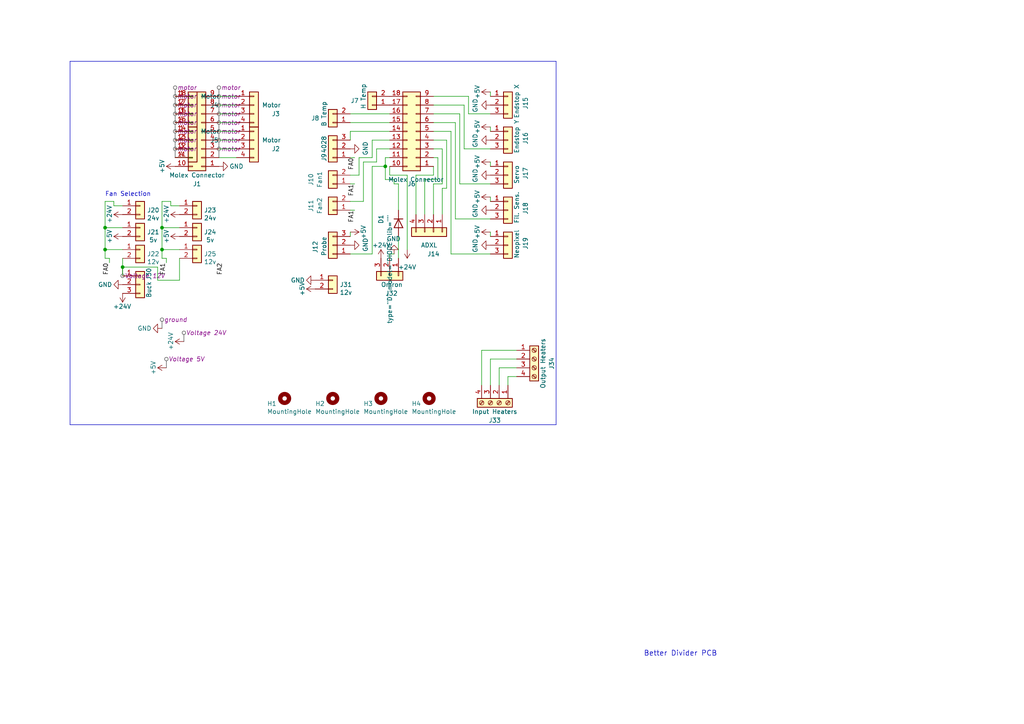
<source format=kicad_sch>
(kicad_sch (version 20230121) (generator eeschema)

  (uuid 7ac6798e-c800-42f8-bc3a-7582e4ca201e)

  (paper "A4")

  (lib_symbols
    (symbol "Connector:Screw_Terminal_01x04" (pin_names (offset 1.016) hide) (in_bom yes) (on_board yes)
      (property "Reference" "J" (at 0 5.08 0)
        (effects (font (size 1.27 1.27)))
      )
      (property "Value" "Screw_Terminal_01x04" (at 0 -7.62 0)
        (effects (font (size 1.27 1.27)))
      )
      (property "Footprint" "" (at 0 0 0)
        (effects (font (size 1.27 1.27)) hide)
      )
      (property "Datasheet" "~" (at 0 0 0)
        (effects (font (size 1.27 1.27)) hide)
      )
      (property "ki_keywords" "screw terminal" (at 0 0 0)
        (effects (font (size 1.27 1.27)) hide)
      )
      (property "ki_description" "Generic screw terminal, single row, 01x04, script generated (kicad-library-utils/schlib/autogen/connector/)" (at 0 0 0)
        (effects (font (size 1.27 1.27)) hide)
      )
      (property "ki_fp_filters" "TerminalBlock*:*" (at 0 0 0)
        (effects (font (size 1.27 1.27)) hide)
      )
      (symbol "Screw_Terminal_01x04_1_1"
        (rectangle (start -1.27 3.81) (end 1.27 -6.35)
          (stroke (width 0.254) (type default))
          (fill (type background))
        )
        (circle (center 0 -5.08) (radius 0.635)
          (stroke (width 0.1524) (type default))
          (fill (type none))
        )
        (circle (center 0 -2.54) (radius 0.635)
          (stroke (width 0.1524) (type default))
          (fill (type none))
        )
        (polyline
          (pts
            (xy -0.5334 -4.7498)
            (xy 0.3302 -5.588)
          )
          (stroke (width 0.1524) (type default))
          (fill (type none))
        )
        (polyline
          (pts
            (xy -0.5334 -2.2098)
            (xy 0.3302 -3.048)
          )
          (stroke (width 0.1524) (type default))
          (fill (type none))
        )
        (polyline
          (pts
            (xy -0.5334 0.3302)
            (xy 0.3302 -0.508)
          )
          (stroke (width 0.1524) (type default))
          (fill (type none))
        )
        (polyline
          (pts
            (xy -0.5334 2.8702)
            (xy 0.3302 2.032)
          )
          (stroke (width 0.1524) (type default))
          (fill (type none))
        )
        (polyline
          (pts
            (xy -0.3556 -4.572)
            (xy 0.508 -5.4102)
          )
          (stroke (width 0.1524) (type default))
          (fill (type none))
        )
        (polyline
          (pts
            (xy -0.3556 -2.032)
            (xy 0.508 -2.8702)
          )
          (stroke (width 0.1524) (type default))
          (fill (type none))
        )
        (polyline
          (pts
            (xy -0.3556 0.508)
            (xy 0.508 -0.3302)
          )
          (stroke (width 0.1524) (type default))
          (fill (type none))
        )
        (polyline
          (pts
            (xy -0.3556 3.048)
            (xy 0.508 2.2098)
          )
          (stroke (width 0.1524) (type default))
          (fill (type none))
        )
        (circle (center 0 0) (radius 0.635)
          (stroke (width 0.1524) (type default))
          (fill (type none))
        )
        (circle (center 0 2.54) (radius 0.635)
          (stroke (width 0.1524) (type default))
          (fill (type none))
        )
        (pin passive line (at -5.08 2.54 0) (length 3.81)
          (name "Pin_1" (effects (font (size 1.27 1.27))))
          (number "1" (effects (font (size 1.27 1.27))))
        )
        (pin passive line (at -5.08 0 0) (length 3.81)
          (name "Pin_2" (effects (font (size 1.27 1.27))))
          (number "2" (effects (font (size 1.27 1.27))))
        )
        (pin passive line (at -5.08 -2.54 0) (length 3.81)
          (name "Pin_3" (effects (font (size 1.27 1.27))))
          (number "3" (effects (font (size 1.27 1.27))))
        )
        (pin passive line (at -5.08 -5.08 0) (length 3.81)
          (name "Pin_4" (effects (font (size 1.27 1.27))))
          (number "4" (effects (font (size 1.27 1.27))))
        )
      )
    )
    (symbol "Connector_Generic:Conn_01x02" (pin_names (offset 1.016) hide) (in_bom yes) (on_board yes)
      (property "Reference" "J" (at 0 2.54 0)
        (effects (font (size 1.27 1.27)))
      )
      (property "Value" "Conn_01x02" (at 0 -5.08 0)
        (effects (font (size 1.27 1.27)))
      )
      (property "Footprint" "" (at 0 0 0)
        (effects (font (size 1.27 1.27)) hide)
      )
      (property "Datasheet" "~" (at 0 0 0)
        (effects (font (size 1.27 1.27)) hide)
      )
      (property "ki_keywords" "connector" (at 0 0 0)
        (effects (font (size 1.27 1.27)) hide)
      )
      (property "ki_description" "Generic connector, single row, 01x02, script generated (kicad-library-utils/schlib/autogen/connector/)" (at 0 0 0)
        (effects (font (size 1.27 1.27)) hide)
      )
      (property "ki_fp_filters" "Connector*:*_1x??_*" (at 0 0 0)
        (effects (font (size 1.27 1.27)) hide)
      )
      (symbol "Conn_01x02_1_1"
        (rectangle (start -1.27 -2.413) (end 0 -2.667)
          (stroke (width 0.1524) (type default))
          (fill (type none))
        )
        (rectangle (start -1.27 0.127) (end 0 -0.127)
          (stroke (width 0.1524) (type default))
          (fill (type none))
        )
        (rectangle (start -1.27 1.27) (end 1.27 -3.81)
          (stroke (width 0.254) (type default))
          (fill (type background))
        )
        (pin passive line (at -5.08 0 0) (length 3.81)
          (name "Pin_1" (effects (font (size 1.27 1.27))))
          (number "1" (effects (font (size 1.27 1.27))))
        )
        (pin passive line (at -5.08 -2.54 0) (length 3.81)
          (name "Pin_2" (effects (font (size 1.27 1.27))))
          (number "2" (effects (font (size 1.27 1.27))))
        )
      )
    )
    (symbol "Connector_Generic:Conn_01x03" (pin_names (offset 1.016) hide) (in_bom yes) (on_board yes)
      (property "Reference" "J" (at 0 5.08 0)
        (effects (font (size 1.27 1.27)))
      )
      (property "Value" "Conn_01x03" (at 0 -5.08 0)
        (effects (font (size 1.27 1.27)))
      )
      (property "Footprint" "" (at 0 0 0)
        (effects (font (size 1.27 1.27)) hide)
      )
      (property "Datasheet" "~" (at 0 0 0)
        (effects (font (size 1.27 1.27)) hide)
      )
      (property "ki_keywords" "connector" (at 0 0 0)
        (effects (font (size 1.27 1.27)) hide)
      )
      (property "ki_description" "Generic connector, single row, 01x03, script generated (kicad-library-utils/schlib/autogen/connector/)" (at 0 0 0)
        (effects (font (size 1.27 1.27)) hide)
      )
      (property "ki_fp_filters" "Connector*:*_1x??_*" (at 0 0 0)
        (effects (font (size 1.27 1.27)) hide)
      )
      (symbol "Conn_01x03_1_1"
        (rectangle (start -1.27 -2.413) (end 0 -2.667)
          (stroke (width 0.1524) (type default))
          (fill (type none))
        )
        (rectangle (start -1.27 0.127) (end 0 -0.127)
          (stroke (width 0.1524) (type default))
          (fill (type none))
        )
        (rectangle (start -1.27 2.667) (end 0 2.413)
          (stroke (width 0.1524) (type default))
          (fill (type none))
        )
        (rectangle (start -1.27 3.81) (end 1.27 -3.81)
          (stroke (width 0.254) (type default))
          (fill (type background))
        )
        (pin passive line (at -5.08 2.54 0) (length 3.81)
          (name "Pin_1" (effects (font (size 1.27 1.27))))
          (number "1" (effects (font (size 1.27 1.27))))
        )
        (pin passive line (at -5.08 0 0) (length 3.81)
          (name "Pin_2" (effects (font (size 1.27 1.27))))
          (number "2" (effects (font (size 1.27 1.27))))
        )
        (pin passive line (at -5.08 -2.54 0) (length 3.81)
          (name "Pin_3" (effects (font (size 1.27 1.27))))
          (number "3" (effects (font (size 1.27 1.27))))
        )
      )
    )
    (symbol "Connector_Generic:Conn_01x04" (pin_names (offset 1.016) hide) (in_bom yes) (on_board yes)
      (property "Reference" "J" (at 0 5.08 0)
        (effects (font (size 1.27 1.27)))
      )
      (property "Value" "Conn_01x04" (at 0 -7.62 0)
        (effects (font (size 1.27 1.27)))
      )
      (property "Footprint" "" (at 0 0 0)
        (effects (font (size 1.27 1.27)) hide)
      )
      (property "Datasheet" "~" (at 0 0 0)
        (effects (font (size 1.27 1.27)) hide)
      )
      (property "ki_keywords" "connector" (at 0 0 0)
        (effects (font (size 1.27 1.27)) hide)
      )
      (property "ki_description" "Generic connector, single row, 01x04, script generated (kicad-library-utils/schlib/autogen/connector/)" (at 0 0 0)
        (effects (font (size 1.27 1.27)) hide)
      )
      (property "ki_fp_filters" "Connector*:*_1x??_*" (at 0 0 0)
        (effects (font (size 1.27 1.27)) hide)
      )
      (symbol "Conn_01x04_1_1"
        (rectangle (start -1.27 -4.953) (end 0 -5.207)
          (stroke (width 0.1524) (type default))
          (fill (type none))
        )
        (rectangle (start -1.27 -2.413) (end 0 -2.667)
          (stroke (width 0.1524) (type default))
          (fill (type none))
        )
        (rectangle (start -1.27 0.127) (end 0 -0.127)
          (stroke (width 0.1524) (type default))
          (fill (type none))
        )
        (rectangle (start -1.27 2.667) (end 0 2.413)
          (stroke (width 0.1524) (type default))
          (fill (type none))
        )
        (rectangle (start -1.27 3.81) (end 1.27 -6.35)
          (stroke (width 0.254) (type default))
          (fill (type background))
        )
        (pin passive line (at -5.08 2.54 0) (length 3.81)
          (name "Pin_1" (effects (font (size 1.27 1.27))))
          (number "1" (effects (font (size 1.27 1.27))))
        )
        (pin passive line (at -5.08 0 0) (length 3.81)
          (name "Pin_2" (effects (font (size 1.27 1.27))))
          (number "2" (effects (font (size 1.27 1.27))))
        )
        (pin passive line (at -5.08 -2.54 0) (length 3.81)
          (name "Pin_3" (effects (font (size 1.27 1.27))))
          (number "3" (effects (font (size 1.27 1.27))))
        )
        (pin passive line (at -5.08 -5.08 0) (length 3.81)
          (name "Pin_4" (effects (font (size 1.27 1.27))))
          (number "4" (effects (font (size 1.27 1.27))))
        )
      )
    )
    (symbol "Connector_Generic:Conn_02x09_Top_Bottom" (pin_names (offset 1.016) hide) (in_bom yes) (on_board yes)
      (property "Reference" "J" (at 1.27 12.7 0)
        (effects (font (size 1.27 1.27)))
      )
      (property "Value" "Conn_02x09_Top_Bottom" (at 1.27 -12.7 0)
        (effects (font (size 1.27 1.27)))
      )
      (property "Footprint" "" (at 0 0 0)
        (effects (font (size 1.27 1.27)) hide)
      )
      (property "Datasheet" "~" (at 0 0 0)
        (effects (font (size 1.27 1.27)) hide)
      )
      (property "ki_keywords" "connector" (at 0 0 0)
        (effects (font (size 1.27 1.27)) hide)
      )
      (property "ki_description" "Generic connector, double row, 02x09, top/bottom pin numbering scheme (row 1: 1...pins_per_row, row2: pins_per_row+1 ... num_pins), script generated (kicad-library-utils/schlib/autogen/connector/)" (at 0 0 0)
        (effects (font (size 1.27 1.27)) hide)
      )
      (property "ki_fp_filters" "Connector*:*_2x??_*" (at 0 0 0)
        (effects (font (size 1.27 1.27)) hide)
      )
      (symbol "Conn_02x09_Top_Bottom_1_1"
        (rectangle (start -1.27 -10.033) (end 0 -10.287)
          (stroke (width 0.1524) (type default))
          (fill (type none))
        )
        (rectangle (start -1.27 -7.493) (end 0 -7.747)
          (stroke (width 0.1524) (type default))
          (fill (type none))
        )
        (rectangle (start -1.27 -4.953) (end 0 -5.207)
          (stroke (width 0.1524) (type default))
          (fill (type none))
        )
        (rectangle (start -1.27 -2.413) (end 0 -2.667)
          (stroke (width 0.1524) (type default))
          (fill (type none))
        )
        (rectangle (start -1.27 0.127) (end 0 -0.127)
          (stroke (width 0.1524) (type default))
          (fill (type none))
        )
        (rectangle (start -1.27 2.667) (end 0 2.413)
          (stroke (width 0.1524) (type default))
          (fill (type none))
        )
        (rectangle (start -1.27 5.207) (end 0 4.953)
          (stroke (width 0.1524) (type default))
          (fill (type none))
        )
        (rectangle (start -1.27 7.747) (end 0 7.493)
          (stroke (width 0.1524) (type default))
          (fill (type none))
        )
        (rectangle (start -1.27 10.287) (end 0 10.033)
          (stroke (width 0.1524) (type default))
          (fill (type none))
        )
        (rectangle (start -1.27 11.43) (end 3.81 -11.43)
          (stroke (width 0.254) (type default))
          (fill (type background))
        )
        (rectangle (start 3.81 -10.033) (end 2.54 -10.287)
          (stroke (width 0.1524) (type default))
          (fill (type none))
        )
        (rectangle (start 3.81 -7.493) (end 2.54 -7.747)
          (stroke (width 0.1524) (type default))
          (fill (type none))
        )
        (rectangle (start 3.81 -4.953) (end 2.54 -5.207)
          (stroke (width 0.1524) (type default))
          (fill (type none))
        )
        (rectangle (start 3.81 -2.413) (end 2.54 -2.667)
          (stroke (width 0.1524) (type default))
          (fill (type none))
        )
        (rectangle (start 3.81 0.127) (end 2.54 -0.127)
          (stroke (width 0.1524) (type default))
          (fill (type none))
        )
        (rectangle (start 3.81 2.667) (end 2.54 2.413)
          (stroke (width 0.1524) (type default))
          (fill (type none))
        )
        (rectangle (start 3.81 5.207) (end 2.54 4.953)
          (stroke (width 0.1524) (type default))
          (fill (type none))
        )
        (rectangle (start 3.81 7.747) (end 2.54 7.493)
          (stroke (width 0.1524) (type default))
          (fill (type none))
        )
        (rectangle (start 3.81 10.287) (end 2.54 10.033)
          (stroke (width 0.1524) (type default))
          (fill (type none))
        )
        (pin passive line (at -5.08 10.16 0) (length 3.81)
          (name "Pin_1" (effects (font (size 1.27 1.27))))
          (number "1" (effects (font (size 1.27 1.27))))
        )
        (pin passive line (at 7.62 10.16 180) (length 3.81)
          (name "Pin_10" (effects (font (size 1.27 1.27))))
          (number "10" (effects (font (size 1.27 1.27))))
        )
        (pin passive line (at 7.62 7.62 180) (length 3.81)
          (name "Pin_11" (effects (font (size 1.27 1.27))))
          (number "11" (effects (font (size 1.27 1.27))))
        )
        (pin passive line (at 7.62 5.08 180) (length 3.81)
          (name "Pin_12" (effects (font (size 1.27 1.27))))
          (number "12" (effects (font (size 1.27 1.27))))
        )
        (pin passive line (at 7.62 2.54 180) (length 3.81)
          (name "Pin_13" (effects (font (size 1.27 1.27))))
          (number "13" (effects (font (size 1.27 1.27))))
        )
        (pin passive line (at 7.62 0 180) (length 3.81)
          (name "Pin_14" (effects (font (size 1.27 1.27))))
          (number "14" (effects (font (size 1.27 1.27))))
        )
        (pin passive line (at 7.62 -2.54 180) (length 3.81)
          (name "Pin_15" (effects (font (size 1.27 1.27))))
          (number "15" (effects (font (size 1.27 1.27))))
        )
        (pin passive line (at 7.62 -5.08 180) (length 3.81)
          (name "Pin_16" (effects (font (size 1.27 1.27))))
          (number "16" (effects (font (size 1.27 1.27))))
        )
        (pin passive line (at 7.62 -7.62 180) (length 3.81)
          (name "Pin_17" (effects (font (size 1.27 1.27))))
          (number "17" (effects (font (size 1.27 1.27))))
        )
        (pin passive line (at 7.62 -10.16 180) (length 3.81)
          (name "Pin_18" (effects (font (size 1.27 1.27))))
          (number "18" (effects (font (size 1.27 1.27))))
        )
        (pin passive line (at -5.08 7.62 0) (length 3.81)
          (name "Pin_2" (effects (font (size 1.27 1.27))))
          (number "2" (effects (font (size 1.27 1.27))))
        )
        (pin passive line (at -5.08 5.08 0) (length 3.81)
          (name "Pin_3" (effects (font (size 1.27 1.27))))
          (number "3" (effects (font (size 1.27 1.27))))
        )
        (pin passive line (at -5.08 2.54 0) (length 3.81)
          (name "Pin_4" (effects (font (size 1.27 1.27))))
          (number "4" (effects (font (size 1.27 1.27))))
        )
        (pin passive line (at -5.08 0 0) (length 3.81)
          (name "Pin_5" (effects (font (size 1.27 1.27))))
          (number "5" (effects (font (size 1.27 1.27))))
        )
        (pin passive line (at -5.08 -2.54 0) (length 3.81)
          (name "Pin_6" (effects (font (size 1.27 1.27))))
          (number "6" (effects (font (size 1.27 1.27))))
        )
        (pin passive line (at -5.08 -5.08 0) (length 3.81)
          (name "Pin_7" (effects (font (size 1.27 1.27))))
          (number "7" (effects (font (size 1.27 1.27))))
        )
        (pin passive line (at -5.08 -7.62 0) (length 3.81)
          (name "Pin_8" (effects (font (size 1.27 1.27))))
          (number "8" (effects (font (size 1.27 1.27))))
        )
        (pin passive line (at -5.08 -10.16 0) (length 3.81)
          (name "Pin_9" (effects (font (size 1.27 1.27))))
          (number "9" (effects (font (size 1.27 1.27))))
        )
      )
    )
    (symbol "Mechanical:MountingHole" (pin_names (offset 1.016)) (in_bom yes) (on_board yes)
      (property "Reference" "H" (at 0 5.08 0)
        (effects (font (size 1.27 1.27)))
      )
      (property "Value" "MountingHole" (at 0 3.175 0)
        (effects (font (size 1.27 1.27)))
      )
      (property "Footprint" "" (at 0 0 0)
        (effects (font (size 1.27 1.27)) hide)
      )
      (property "Datasheet" "~" (at 0 0 0)
        (effects (font (size 1.27 1.27)) hide)
      )
      (property "ki_keywords" "mounting hole" (at 0 0 0)
        (effects (font (size 1.27 1.27)) hide)
      )
      (property "ki_description" "Mounting Hole without connection" (at 0 0 0)
        (effects (font (size 1.27 1.27)) hide)
      )
      (property "ki_fp_filters" "MountingHole*" (at 0 0 0)
        (effects (font (size 1.27 1.27)) hide)
      )
      (symbol "MountingHole_0_1"
        (circle (center 0 0) (radius 1.27)
          (stroke (width 1.27) (type default))
          (fill (type none))
        )
      )
    )
    (symbol "Simulation_SPICE:DIODE" (pin_numbers hide) (pin_names (offset 1.016) hide) (in_bom yes) (on_board yes)
      (property "Reference" "D" (at 0 2.54 0)
        (effects (font (size 1.27 1.27)))
      )
      (property "Value" "DIODE" (at 0 -2.54 0)
        (effects (font (size 1.27 1.27)))
      )
      (property "Footprint" "" (at 0 0 0)
        (effects (font (size 1.27 1.27)) hide)
      )
      (property "Datasheet" "~" (at 0 0 0)
        (effects (font (size 1.27 1.27)) hide)
      )
      (property "Spice_Netlist_Enabled" "Y" (at 0 0 0)
        (effects (font (size 1.27 1.27)) (justify left) hide)
      )
      (property "Spice_Primitive" "D" (at 0 0 0)
        (effects (font (size 1.27 1.27)) (justify left) hide)
      )
      (property "ki_keywords" "simulation" (at 0 0 0)
        (effects (font (size 1.27 1.27)) hide)
      )
      (property "ki_description" "Diode, anode on pin 1, for simulation only!" (at 0 0 0)
        (effects (font (size 1.27 1.27)) hide)
      )
      (symbol "DIODE_0_1"
        (polyline
          (pts
            (xy 1.27 0)
            (xy -1.27 0)
          )
          (stroke (width 0) (type default))
          (fill (type none))
        )
        (polyline
          (pts
            (xy 1.27 1.27)
            (xy 1.27 -1.27)
          )
          (stroke (width 0.254) (type default))
          (fill (type none))
        )
        (polyline
          (pts
            (xy -1.27 -1.27)
            (xy -1.27 1.27)
            (xy 1.27 0)
            (xy -1.27 -1.27)
          )
          (stroke (width 0.254) (type default))
          (fill (type none))
        )
      )
      (symbol "DIODE_1_1"
        (pin passive line (at -3.81 0 0) (length 2.54)
          (name "A" (effects (font (size 1.27 1.27))))
          (number "1" (effects (font (size 1.27 1.27))))
        )
        (pin passive line (at 3.81 0 180) (length 2.54)
          (name "K" (effects (font (size 1.27 1.27))))
          (number "2" (effects (font (size 1.27 1.27))))
        )
      )
    )
    (symbol "Toolhead_PCB-rescue:GND-Toolhead_PCB" (power) (pin_names (offset 0)) (in_bom yes) (on_board yes)
      (property "Reference" "#PWR" (at 0 -6.35 0)
        (effects (font (size 1.27 1.27)) hide)
      )
      (property "Value" "GND-Toolhead_PCB" (at 0 -3.81 0)
        (effects (font (size 1.27 1.27)))
      )
      (property "Footprint" "" (at 0 0 0)
        (effects (font (size 1.27 1.27)) hide)
      )
      (property "Datasheet" "" (at 0 0 0)
        (effects (font (size 1.27 1.27)) hide)
      )
      (symbol "GND-Toolhead_PCB_0_1"
        (polyline
          (pts
            (xy 0 0)
            (xy 0 -1.27)
            (xy 1.27 -1.27)
            (xy 0 -2.54)
            (xy -1.27 -1.27)
            (xy 0 -1.27)
          )
          (stroke (width 0) (type default))
          (fill (type none))
        )
      )
      (symbol "GND-Toolhead_PCB_1_1"
        (pin power_in line (at 0 0 270) (length 0) hide
          (name "GND" (effects (font (size 1.27 1.27))))
          (number "1" (effects (font (size 1.27 1.27))))
        )
      )
    )
    (symbol "power:+24V" (power) (pin_names (offset 0)) (in_bom yes) (on_board yes)
      (property "Reference" "#PWR" (at 0 -3.81 0)
        (effects (font (size 1.27 1.27)) hide)
      )
      (property "Value" "+24V" (at 0 3.556 0)
        (effects (font (size 1.27 1.27)))
      )
      (property "Footprint" "" (at 0 0 0)
        (effects (font (size 1.27 1.27)) hide)
      )
      (property "Datasheet" "" (at 0 0 0)
        (effects (font (size 1.27 1.27)) hide)
      )
      (property "ki_keywords" "power-flag" (at 0 0 0)
        (effects (font (size 1.27 1.27)) hide)
      )
      (property "ki_description" "Power symbol creates a global label with name \"+24V\"" (at 0 0 0)
        (effects (font (size 1.27 1.27)) hide)
      )
      (symbol "+24V_0_1"
        (polyline
          (pts
            (xy -0.762 1.27)
            (xy 0 2.54)
          )
          (stroke (width 0) (type default))
          (fill (type none))
        )
        (polyline
          (pts
            (xy 0 0)
            (xy 0 2.54)
          )
          (stroke (width 0) (type default))
          (fill (type none))
        )
        (polyline
          (pts
            (xy 0 2.54)
            (xy 0.762 1.27)
          )
          (stroke (width 0) (type default))
          (fill (type none))
        )
      )
      (symbol "+24V_1_1"
        (pin power_in line (at 0 0 90) (length 0) hide
          (name "+24V" (effects (font (size 1.27 1.27))))
          (number "1" (effects (font (size 1.27 1.27))))
        )
      )
    )
    (symbol "power:+5V" (power) (pin_names (offset 0)) (in_bom yes) (on_board yes)
      (property "Reference" "#PWR" (at 0 -3.81 0)
        (effects (font (size 1.27 1.27)) hide)
      )
      (property "Value" "+5V" (at 0 3.556 0)
        (effects (font (size 1.27 1.27)))
      )
      (property "Footprint" "" (at 0 0 0)
        (effects (font (size 1.27 1.27)) hide)
      )
      (property "Datasheet" "" (at 0 0 0)
        (effects (font (size 1.27 1.27)) hide)
      )
      (property "ki_keywords" "power-flag" (at 0 0 0)
        (effects (font (size 1.27 1.27)) hide)
      )
      (property "ki_description" "Power symbol creates a global label with name \"+5V\"" (at 0 0 0)
        (effects (font (size 1.27 1.27)) hide)
      )
      (symbol "+5V_0_1"
        (polyline
          (pts
            (xy -0.762 1.27)
            (xy 0 2.54)
          )
          (stroke (width 0) (type default))
          (fill (type none))
        )
        (polyline
          (pts
            (xy 0 0)
            (xy 0 2.54)
          )
          (stroke (width 0) (type default))
          (fill (type none))
        )
        (polyline
          (pts
            (xy 0 2.54)
            (xy 0.762 1.27)
          )
          (stroke (width 0) (type default))
          (fill (type none))
        )
      )
      (symbol "+5V_1_1"
        (pin power_in line (at 0 0 90) (length 0) hide
          (name "+5V" (effects (font (size 1.27 1.27))))
          (number "1" (effects (font (size 1.27 1.27))))
        )
      )
    )
  )

  (junction (at 30.48 66.04) (diameter 0) (color 0 0 0 0)
    (uuid 05666d87-9555-4871-ad1a-168fb858e107)
  )
  (junction (at 111.76 48.26) (diameter 0) (color 0 0 0 0)
    (uuid 1f620cd2-591e-4d56-90ca-185b8e3680ef)
  )
  (junction (at 46.99 66.04) (diameter 0) (color 0 0 0 0)
    (uuid 26211cbc-2cdc-4577-8348-008a788fef6b)
  )
  (junction (at 30.48 72.39) (diameter 0) (color 0 0 0 0)
    (uuid 316fb44b-e39f-46c0-86c9-a90e1db28df9)
  )
  (junction (at 35.56 77.47) (diameter 0) (color 0 0 0 0)
    (uuid 8bb9304f-d416-4a80-8a94-3bae5aabe3e8)
  )
  (junction (at 46.99 72.39) (diameter 0) (color 0 0 0 0)
    (uuid ebd414e4-7358-47bb-839b-118cfd2649e2)
  )

  (wire (pts (xy 130.81 38.1) (xy 130.81 73.66))
    (stroke (width 0) (type default))
    (uuid 00224d84-35cd-45df-819c-85dd69ef746b)
  )
  (wire (pts (xy 149.86 104.14) (xy 142.24 104.14))
    (stroke (width 0) (type default))
    (uuid 0027db3b-d163-4362-86ca-97338f060311)
  )
  (wire (pts (xy 149.86 101.6) (xy 139.7 101.6))
    (stroke (width 0) (type default))
    (uuid 07352995-1b97-4e68-9458-fcaa83966844)
  )
  (wire (pts (xy 130.81 73.66) (xy 142.24 73.66))
    (stroke (width 0) (type default))
    (uuid 07bcf7cf-5a56-4239-abfc-494899377be5)
  )
  (wire (pts (xy 125.73 33.02) (xy 133.35 33.02))
    (stroke (width 0) (type default))
    (uuid 0b814ba4-8bac-4771-8b6b-003aec407a52)
  )
  (wire (pts (xy 125.73 27.94) (xy 135.89 27.94))
    (stroke (width 0) (type default))
    (uuid 0b81cb1b-68ab-47b9-a2a2-796ab833b77e)
  )
  (wire (pts (xy 142.24 67.31) (xy 142.24 68.58))
    (stroke (width 0) (type default))
    (uuid 0cefe6fc-f150-402f-8f1e-11a865b321cd)
  )
  (wire (pts (xy 101.6 73.66) (xy 107.95 73.66))
    (stroke (width 0) (type default))
    (uuid 0f1d622f-2e8f-438b-ad30-54826674415e)
  )
  (wire (pts (xy 46.99 66.04) (xy 52.07 66.04))
    (stroke (width 0) (type default))
    (uuid 0fd8fd59-6f99-4b5b-bce1-1b727acecfd3)
  )
  (wire (pts (xy 113.03 50.8) (xy 118.11 50.8))
    (stroke (width 0) (type default))
    (uuid 11826901-3ea0-4926-83a0-2b8bfd5bc038)
  )
  (wire (pts (xy 128.27 54.61) (xy 128.27 62.23))
    (stroke (width 0) (type default))
    (uuid 131014b6-c032-4197-9d04-4e45741098dc)
  )
  (wire (pts (xy 50.8 38.1) (xy 55.88 38.1))
    (stroke (width 0) (type default))
    (uuid 153916ea-2f7e-47da-b845-3c04a790b25c)
  )
  (wire (pts (xy 46.99 74.93) (xy 46.99 72.39))
    (stroke (width 0) (type default))
    (uuid 1908cdc5-7412-4959-8121-2266f1b47e8d)
  )
  (wire (pts (xy 107.95 40.64) (xy 113.03 40.64))
    (stroke (width 0) (type default))
    (uuid 1f9ea9e6-ddb3-4b01-bafb-100160ef6590)
  )
  (wire (pts (xy 68.58 35.56) (xy 63.5 35.56))
    (stroke (width 0) (type default))
    (uuid 23053900-0450-40de-9b69-23517f04f7bd)
  )
  (wire (pts (xy 68.58 43.18) (xy 63.5 43.18))
    (stroke (width 0) (type default))
    (uuid 25386838-f4e0-4649-b1b5-d3a9eae4664a)
  )
  (wire (pts (xy 132.08 63.5) (xy 142.24 63.5))
    (stroke (width 0) (type default))
    (uuid 26cecbae-1ab6-4533-9385-256ee8844291)
  )
  (wire (pts (xy 68.58 33.02) (xy 63.5 33.02))
    (stroke (width 0) (type default))
    (uuid 2b6a72e8-3838-4e41-8091-5d1ba603b654)
  )
  (wire (pts (xy 111.76 45.72) (xy 111.76 48.26))
    (stroke (width 0) (type default))
    (uuid 2c51471d-3dc9-4c52-a5c4-19b0cabe828c)
  )
  (wire (pts (xy 134.62 43.18) (xy 142.24 43.18))
    (stroke (width 0) (type default))
    (uuid 2cfd62a6-facd-42cd-a41b-516f8141052b)
  )
  (wire (pts (xy 35.56 72.39) (xy 30.48 72.39))
    (stroke (width 0) (type default))
    (uuid 2da98fdf-3d6d-439c-ae5f-00954863c80d)
  )
  (wire (pts (xy 30.48 74.93) (xy 31.75 74.93))
    (stroke (width 0) (type default))
    (uuid 2eea6a2b-d94e-4e96-b2f9-346f908867c4)
  )
  (wire (pts (xy 68.58 40.64) (xy 63.5 40.64))
    (stroke (width 0) (type default))
    (uuid 3057048e-73f4-4773-bef9-2e5208ead125)
  )
  (wire (pts (xy 125.73 30.48) (xy 134.62 30.48))
    (stroke (width 0) (type default))
    (uuid 30a5a3e3-ed70-47b4-93eb-2efdf10b01c2)
  )
  (wire (pts (xy 133.35 53.34) (xy 142.24 53.34))
    (stroke (width 0) (type default))
    (uuid 374f7b60-bdd1-409f-b08b-82d71b03a05a)
  )
  (wire (pts (xy 132.08 63.5) (xy 132.08 35.56))
    (stroke (width 0) (type default))
    (uuid 435cdb8b-fe8d-495f-b740-20cf5d021a42)
  )
  (wire (pts (xy 101.6 58.42) (xy 105.41 58.42))
    (stroke (width 0) (type default))
    (uuid 46a63dff-8a1b-479f-99d3-2679ab40a80d)
  )
  (wire (pts (xy 50.8 43.18) (xy 55.88 43.18))
    (stroke (width 0) (type default))
    (uuid 472f7395-9a1e-4ef7-bf22-ba1a40228fd7)
  )
  (wire (pts (xy 101.6 67.31) (xy 101.6 68.58))
    (stroke (width 0) (type default))
    (uuid 47d0d0ca-5d28-4575-8bc6-930388e2e441)
  )
  (wire (pts (xy 142.24 36.83) (xy 142.24 38.1))
    (stroke (width 0) (type default))
    (uuid 4b9d7a72-3f94-4028-9ebc-6daaf91f520b)
  )
  (wire (pts (xy 129.54 40.64) (xy 129.54 54.61))
    (stroke (width 0) (type default))
    (uuid 4ba8594b-5fe8-4301-8538-ef0fab0ac08d)
  )
  (wire (pts (xy 45.72 81.28) (xy 52.07 81.28))
    (stroke (width 0) (type default))
    (uuid 4f7e4552-725c-4dac-b1fb-8830629309f4)
  )
  (wire (pts (xy 46.99 74.93) (xy 48.26 74.93))
    (stroke (width 0) (type default))
    (uuid 51d1199c-8d13-4fb6-a69d-e87dbcb003ff)
  )
  (wire (pts (xy 45.72 77.47) (xy 45.72 81.28))
    (stroke (width 0) (type default))
    (uuid 51dbb209-7e2f-4e60-86b5-075e481f1dbf)
  )
  (wire (pts (xy 139.7 101.6) (xy 139.7 111.76))
    (stroke (width 0) (type default))
    (uuid 524bb491-19db-4171-9553-ae47222a0abd)
  )
  (wire (pts (xy 104.14 50.8) (xy 101.6 50.8))
    (stroke (width 0) (type default))
    (uuid 55eb865b-c560-42af-a822-c43cc2e57a1e)
  )
  (polyline (pts (xy 161.29 17.78) (xy 161.29 123.19))
    (stroke (width 0) (type default))
    (uuid 57f01e4a-5f4a-4791-93b5-79b85d28c634)
  )

  (wire (pts (xy 31.75 74.93) (xy 31.75 76.2))
    (stroke (width 0) (type default))
    (uuid 582cb930-07c2-4f57-9672-4103867aaa19)
  )
  (wire (pts (xy 109.22 46.99) (xy 105.41 46.99))
    (stroke (width 0) (type default))
    (uuid 5af2ae79-edd8-4f33-9c71-df93c9f0be09)
  )
  (wire (pts (xy 111.76 48.26) (xy 111.76 52.07))
    (stroke (width 0) (type default))
    (uuid 62b21970-8eb8-43ea-baec-eb7e3b2ab4bd)
  )
  (wire (pts (xy 118.11 50.8) (xy 118.11 72.39))
    (stroke (width 0) (type default))
    (uuid 63b8cd9d-9643-4128-b955-bc8145d633e6)
  )
  (wire (pts (xy 104.14 45.72) (xy 104.14 50.8))
    (stroke (width 0) (type default))
    (uuid 660b6836-c3d6-4954-9372-1b0eb6307310)
  )
  (wire (pts (xy 101.6 53.34) (xy 102.87 53.34))
    (stroke (width 0) (type default))
    (uuid 661c7bec-fd4a-4d3f-ad6e-7acc6e35f795)
  )
  (wire (pts (xy 114.3 52.07) (xy 114.3 53.34))
    (stroke (width 0) (type default))
    (uuid 662d256d-017b-4cdb-a412-981d34cd2916)
  )
  (wire (pts (xy 50.8 27.94) (xy 55.88 27.94))
    (stroke (width 0) (type default))
    (uuid 668f94dd-8185-442a-85f9-5b23c056ce37)
  )
  (wire (pts (xy 46.99 58.42) (xy 46.99 66.04))
    (stroke (width 0) (type default))
    (uuid 67a44f79-5898-4ddb-8070-7d4db9d2f866)
  )
  (wire (pts (xy 50.8 35.56) (xy 55.88 35.56))
    (stroke (width 0) (type default))
    (uuid 682e9214-3833-4903-84bd-15b48a7f2894)
  )
  (wire (pts (xy 115.57 68.58) (xy 115.57 74.93))
    (stroke (width 0) (type default))
    (uuid 6b11c54a-c86d-474c-af66-c0abb964b7df)
  )
  (wire (pts (xy 111.76 52.07) (xy 114.3 52.07))
    (stroke (width 0) (type default))
    (uuid 6b27a7f8-a27d-4c93-a398-678313e93fe2)
  )
  (wire (pts (xy 105.41 46.99) (xy 105.41 58.42))
    (stroke (width 0) (type default))
    (uuid 6fad9864-9725-4400-a6af-b069f3b11138)
  )
  (wire (pts (xy 52.07 59.69) (xy 49.53 59.69))
    (stroke (width 0) (type default))
    (uuid 71222d18-3e2f-414a-b4da-e9c48fb6063d)
  )
  (wire (pts (xy 107.95 45.72) (xy 104.14 45.72))
    (stroke (width 0) (type default))
    (uuid 717e344c-6c03-479d-8b73-9c6bf82ad9cd)
  )
  (wire (pts (xy 113.03 73.66) (xy 114.3 73.66))
    (stroke (width 0) (type default))
    (uuid 71c8621f-a31e-4d0e-9830-4951e31ec85b)
  )
  (wire (pts (xy 101.6 45.72) (xy 102.87 45.72))
    (stroke (width 0) (type default))
    (uuid 7521e74d-619b-4444-823a-31880e4226ad)
  )
  (wire (pts (xy 127 52.07) (xy 123.19 52.07))
    (stroke (width 0) (type default))
    (uuid 7546458b-dc0c-4c2f-b0c5-f5474c00b3f1)
  )
  (wire (pts (xy 114.3 53.34) (xy 115.57 53.34))
    (stroke (width 0) (type default))
    (uuid 76190e11-4095-49b6-8b60-a4661123e365)
  )
  (wire (pts (xy 49.53 59.69) (xy 49.53 58.42))
    (stroke (width 0) (type default))
    (uuid 7b502f85-dc59-46f5-86ba-c0d85781ab04)
  )
  (wire (pts (xy 135.89 33.02) (xy 142.24 33.02))
    (stroke (width 0) (type default))
    (uuid 7ce048a8-ef87-4041-b2a5-a92279875ce0)
  )
  (wire (pts (xy 107.95 48.26) (xy 111.76 48.26))
    (stroke (width 0) (type default))
    (uuid 7f0f8b3d-e4f1-4a87-bf91-2b67626239f9)
  )
  (wire (pts (xy 68.58 30.48) (xy 63.5 30.48))
    (stroke (width 0) (type default))
    (uuid 851d551a-4bfe-4427-bf13-43a67a861e18)
  )
  (wire (pts (xy 144.78 106.68) (xy 144.78 111.76))
    (stroke (width 0) (type default))
    (uuid 88b40e52-73f1-40ca-8115-b39b6cff2dda)
  )
  (wire (pts (xy 107.95 40.64) (xy 107.95 45.72))
    (stroke (width 0) (type default))
    (uuid 8a295917-8fd7-47f6-a7a7-38a440fc1601)
  )
  (wire (pts (xy 109.22 43.18) (xy 109.22 46.99))
    (stroke (width 0) (type default))
    (uuid 8b5b0b66-b437-4688-b8b9-65198203e974)
  )
  (wire (pts (xy 35.56 77.47) (xy 35.56 80.01))
    (stroke (width 0) (type default))
    (uuid 8bf2694f-7fac-43e8-97b1-f32bf7cf91ec)
  )
  (wire (pts (xy 49.53 58.42) (xy 46.99 58.42))
    (stroke (width 0) (type default))
    (uuid 8c5ebaf7-b7d5-49d3-bc7c-b64d9e9efb85)
  )
  (wire (pts (xy 125.73 35.56) (xy 132.08 35.56))
    (stroke (width 0) (type default))
    (uuid 8c73df1d-2bbc-44d9-93f5-699d042484b6)
  )
  (wire (pts (xy 125.73 53.34) (xy 125.73 62.23))
    (stroke (width 0) (type default))
    (uuid 8d051253-0584-40f3-b821-232e9ab87ea9)
  )
  (wire (pts (xy 101.6 33.02) (xy 113.03 33.02))
    (stroke (width 0) (type default))
    (uuid 8e8d569b-4c52-4abd-827d-311065daf1cf)
  )
  (wire (pts (xy 125.73 38.1) (xy 130.81 38.1))
    (stroke (width 0) (type default))
    (uuid 90d291dd-ed12-41bc-b8ec-44b2826286c6)
  )
  (wire (pts (xy 142.24 104.14) (xy 142.24 111.76))
    (stroke (width 0) (type default))
    (uuid 935de6d0-5758-43bc-846d-2db84293bfe4)
  )
  (wire (pts (xy 135.89 27.94) (xy 135.89 33.02))
    (stroke (width 0) (type default))
    (uuid 9620758b-d967-4baf-9d66-458bb9355cb4)
  )
  (wire (pts (xy 142.24 26.67) (xy 142.24 27.94))
    (stroke (width 0) (type default))
    (uuid 96a69c45-f0b7-4cf4-90b8-c444bc2ae0fc)
  )
  (wire (pts (xy 142.24 57.15) (xy 142.24 58.42))
    (stroke (width 0) (type default))
    (uuid 998d2ffd-e027-4b3f-8d9c-66ebb55e74d7)
  )
  (polyline (pts (xy 20.32 123.19) (xy 161.29 123.19))
    (stroke (width 0) (type default))
    (uuid 9b546f26-a275-4d93-a4eb-4754f7fb06d9)
  )

  (wire (pts (xy 125.73 45.72) (xy 127 45.72))
    (stroke (width 0) (type default))
    (uuid 9da9a696-6c63-4b47-810c-87e7b9fc398a)
  )
  (wire (pts (xy 101.6 38.1) (xy 113.03 38.1))
    (stroke (width 0) (type default))
    (uuid a054d274-36e9-4d87-b02c-67016ed64d30)
  )
  (wire (pts (xy 133.35 33.02) (xy 133.35 53.34))
    (stroke (width 0) (type default))
    (uuid a548259f-ac44-4592-9bf0-9f72a97fecca)
  )
  (wire (pts (xy 125.73 40.64) (xy 129.54 40.64))
    (stroke (width 0) (type default))
    (uuid a7c97dec-f048-4380-8b4b-0b0f45941aec)
  )
  (wire (pts (xy 101.6 60.96) (xy 102.87 60.96))
    (stroke (width 0) (type default))
    (uuid a926bf9a-e932-4a73-bd96-5ce38a604992)
  )
  (wire (pts (xy 123.19 52.07) (xy 123.19 62.23))
    (stroke (width 0) (type default))
    (uuid aa2b752a-10ce-4109-8079-64e61489de66)
  )
  (wire (pts (xy 30.48 72.39) (xy 30.48 66.04))
    (stroke (width 0) (type default))
    (uuid abbf54f1-dc99-4328-ab55-8a0ebcd13c90)
  )
  (wire (pts (xy 68.58 27.94) (xy 63.5 27.94))
    (stroke (width 0) (type default))
    (uuid ad1aba6a-b51e-42b2-9004-5b93cbb0c876)
  )
  (wire (pts (xy 120.65 50.8) (xy 120.65 62.23))
    (stroke (width 0) (type default))
    (uuid b1974d3a-b86d-45b9-949c-07e5d701b60f)
  )
  (wire (pts (xy 125.73 50.8) (xy 120.65 50.8))
    (stroke (width 0) (type default))
    (uuid b1a14f49-74cb-4579-9cd6-097089f5966a)
  )
  (wire (pts (xy 113.03 74.93) (xy 113.03 73.66))
    (stroke (width 0) (type default))
    (uuid b6402c53-bcae-441f-ba38-e69efc9ed32f)
  )
  (wire (pts (xy 115.57 53.34) (xy 115.57 60.96))
    (stroke (width 0) (type default))
    (uuid b7837f91-b66e-4db2-920c-5c1cb6d3715e)
  )
  (wire (pts (xy 50.8 45.72) (xy 55.88 45.72))
    (stroke (width 0) (type default))
    (uuid b8ce76e4-dd00-4bb5-a7dc-2a570798fb4b)
  )
  (wire (pts (xy 107.95 48.26) (xy 107.95 73.66))
    (stroke (width 0) (type default))
    (uuid b97ab0f8-100a-4259-801b-4ca4f7e20bce)
  )
  (wire (pts (xy 35.56 77.47) (xy 45.72 77.47))
    (stroke (width 0) (type default))
    (uuid beefc440-f7cb-4b3e-b94d-9b180e9d7c9d)
  )
  (wire (pts (xy 52.07 72.39) (xy 46.99 72.39))
    (stroke (width 0) (type default))
    (uuid befe2b9b-ad0f-4a14-b20b-377fc106ff6a)
  )
  (wire (pts (xy 125.73 43.18) (xy 128.27 43.18))
    (stroke (width 0) (type default))
    (uuid bf4584e6-1819-4f08-b0d7-c07825123944)
  )
  (wire (pts (xy 128.27 53.34) (xy 125.73 53.34))
    (stroke (width 0) (type default))
    (uuid c3dc3fb9-6b89-4c82-bc84-7f2581e68dd3)
  )
  (wire (pts (xy 142.24 46.99) (xy 142.24 48.26))
    (stroke (width 0) (type default))
    (uuid cdd56243-4551-4520-a509-e4ed33bfd49c)
  )
  (wire (pts (xy 35.56 59.69) (xy 33.02 59.69))
    (stroke (width 0) (type default))
    (uuid d286e279-6ddb-458d-8082-b80377c41354)
  )
  (wire (pts (xy 50.8 40.64) (xy 55.88 40.64))
    (stroke (width 0) (type default))
    (uuid d3a6f071-0d8b-4789-863c-3d16dbd7d12e)
  )
  (wire (pts (xy 30.48 66.04) (xy 35.56 66.04))
    (stroke (width 0) (type default))
    (uuid d59acbab-814f-437c-8b9b-ef57aee21854)
  )
  (polyline (pts (xy 20.32 17.78) (xy 21.59 17.78))
    (stroke (width 0) (type default))
    (uuid d5d72a59-1ada-4b93-867e-7667cfaa00c8)
  )

  (wire (pts (xy 149.86 106.68) (xy 144.78 106.68))
    (stroke (width 0) (type default))
    (uuid d61beac9-df3f-46d3-bb27-c8ee5d149596)
  )
  (wire (pts (xy 128.27 43.18) (xy 128.27 53.34))
    (stroke (width 0) (type default))
    (uuid d8958c95-c3e7-461a-b158-37c0cf180fc5)
  )
  (wire (pts (xy 33.02 59.69) (xy 33.02 58.42))
    (stroke (width 0) (type default))
    (uuid d9a5ea62-8684-47aa-aed7-a5ed080b839d)
  )
  (wire (pts (xy 147.32 109.22) (xy 147.32 111.76))
    (stroke (width 0) (type default))
    (uuid d9d33fe6-bee3-4a3e-9a80-102aaf504212)
  )
  (wire (pts (xy 149.86 109.22) (xy 147.32 109.22))
    (stroke (width 0) (type default))
    (uuid dc2c4dd3-ec78-49bc-af29-ddc4a8221a0c)
  )
  (wire (pts (xy 30.48 74.93) (xy 30.48 72.39))
    (stroke (width 0) (type default))
    (uuid dd106ba2-0530-4aff-9d5d-7fd4bdd93769)
  )
  (wire (pts (xy 35.56 74.93) (xy 35.56 77.47))
    (stroke (width 0) (type default))
    (uuid de7c0029-5c4a-4c18-a431-ec65a04e41e1)
  )
  (wire (pts (xy 101.6 40.64) (xy 101.6 38.1))
    (stroke (width 0) (type default))
    (uuid e1e9e542-7a8f-4a87-9246-bfebcca4811c)
  )
  (wire (pts (xy 46.99 72.39) (xy 46.99 66.04))
    (stroke (width 0) (type default))
    (uuid e6e9a4cb-d985-4b67-8411-8940a7ccaf51)
  )
  (wire (pts (xy 134.62 30.48) (xy 134.62 43.18))
    (stroke (width 0) (type default))
    (uuid e76c4d8f-9824-4662-9985-ddd67e0d302f)
  )
  (wire (pts (xy 68.58 45.72) (xy 63.5 45.72))
    (stroke (width 0) (type default))
    (uuid e7c939a4-7053-4d8a-8e7e-03d234d233b4)
  )
  (wire (pts (xy 113.03 48.26) (xy 113.03 50.8))
    (stroke (width 0) (type default))
    (uuid e816b6b9-fa67-4cdf-b371-327324a335a5)
  )
  (wire (pts (xy 48.26 74.93) (xy 48.26 76.2))
    (stroke (width 0) (type default))
    (uuid e9ef34a4-4e88-4e92-a24f-8066c2c8b5e9)
  )
  (wire (pts (xy 50.8 33.02) (xy 55.88 33.02))
    (stroke (width 0) (type default))
    (uuid ebe13d3a-83ca-4428-b1c4-ccb10b19ae38)
  )
  (wire (pts (xy 50.8 30.48) (xy 55.88 30.48))
    (stroke (width 0) (type default))
    (uuid ebe5a415-124a-4179-ab22-451f22f5749b)
  )
  (wire (pts (xy 33.02 58.42) (xy 30.48 58.42))
    (stroke (width 0) (type default))
    (uuid ed5fa398-2ff1-4f5b-8022-118b7b044cf2)
  )
  (wire (pts (xy 125.73 48.26) (xy 125.73 50.8))
    (stroke (width 0) (type default))
    (uuid eeb7880e-d2db-495e-85a5-367e55e76566)
  )
  (wire (pts (xy 127 45.72) (xy 127 52.07))
    (stroke (width 0) (type default))
    (uuid ef5b7d78-7f76-4314-adac-7dfbb90b3938)
  )
  (wire (pts (xy 68.58 38.1) (xy 63.5 38.1))
    (stroke (width 0) (type default))
    (uuid f435a468-1283-45b9-904d-105b9bd8f8b2)
  )
  (wire (pts (xy 101.6 35.56) (xy 113.03 35.56))
    (stroke (width 0) (type default))
    (uuid f547f1c7-f673-46e0-a429-ce6a7a5fb33b)
  )
  (wire (pts (xy 113.03 45.72) (xy 111.76 45.72))
    (stroke (width 0) (type default))
    (uuid f5cbd5d9-5107-43c3-84c1-9ca44b3145f0)
  )
  (wire (pts (xy 52.07 74.93) (xy 52.07 81.28))
    (stroke (width 0) (type default))
    (uuid f8de28bd-6361-4526-a3d2-d623b0649dcb)
  )
  (wire (pts (xy 109.22 43.18) (xy 113.03 43.18))
    (stroke (width 0) (type default))
    (uuid fb052eda-8ad5-4f77-b548-35a6259bf5ad)
  )
  (polyline (pts (xy 20.32 17.78) (xy 20.32 123.19))
    (stroke (width 0) (type default))
    (uuid fdfe3e39-a5c5-49c4-aaa0-680c65504238)
  )
  (polyline (pts (xy 21.59 17.78) (xy 161.29 17.78))
    (stroke (width 0) (type default))
    (uuid fe3cdcce-f6a1-4c1f-b523-cf6f4582a8d8)
  )

  (wire (pts (xy 129.54 54.61) (xy 128.27 54.61))
    (stroke (width 0) (type default))
    (uuid fe983739-f45a-4966-b6b3-f65962dbda47)
  )
  (wire (pts (xy 30.48 58.42) (xy 30.48 66.04))
    (stroke (width 0) (type default))
    (uuid ff0c74e4-4678-4501-9ce7-3c7735d4a59a)
  )

  (text "Fan Selection" (at 30.48 57.15 0)
    (effects (font (size 1.27 1.27)) (justify left bottom))
    (uuid 713f9f2b-08ad-44db-9b6f-0719e05ece10)
  )
  (text "Better Divider PCB" (at 186.69 190.5 0)
    (effects (font (size 1.5 1.5)) (justify left bottom))
    (uuid 9169d591-9414-4dd2-ae14-a41bfd678eda)
  )

  (label "FA1" (at 48.26 76.2 270) (fields_autoplaced)
    (effects (font (size 1.27 1.27)) (justify right bottom))
    (uuid 9a596447-1297-4424-9378-5d6ed57e35b6)
  )
  (label "FA1" (at 102.87 60.96 270) (fields_autoplaced)
    (effects (font (size 1.27 1.27)) (justify right bottom))
    (uuid 9bf91348-2928-46ed-a35d-e6fb43155967)
  )
  (label "FA2" (at 64.77 76.2 270) (fields_autoplaced)
    (effects (font (size 1.27 1.27)) (justify right bottom))
    (uuid a3e715cf-8fbc-4b0f-b762-8c467bb5f4e5)
  )
  (label "FA1" (at 102.87 53.34 270) (fields_autoplaced)
    (effects (font (size 1.27 1.27)) (justify right bottom))
    (uuid de63d2ed-53bf-4467-98e6-44fcdfc2b0a3)
  )
  (label "FA0" (at 102.87 45.72 270) (fields_autoplaced)
    (effects (font (size 1.27 1.27)) (justify right bottom))
    (uuid f7b3d900-108e-46c5-9403-0b4351193682)
  )
  (label "FA0" (at 31.75 76.2 270) (fields_autoplaced)
    (effects (font (size 1.27 1.27)) (justify right bottom))
    (uuid f875f0b1-c6a1-444f-af69-d78b5d55a74a)
  )

  (netclass_flag "" (length 2.54) (shape round) (at 46.99 95.25 0) (fields_autoplaced)
    (effects (font (size 1.27 1.27)) (justify left bottom))
    (uuid 26c3e633-fdbc-4f35-a531-840b95d08b10)
    (property "Netclass" "ground" (at 47.5996 92.71 0)
      (effects (font (size 1.27 1.27) italic) (justify left))
    )
  )
  (netclass_flag "" (length 2.54) (shape round) (at 48.26 106.68 0) (fields_autoplaced)
    (effects (font (size 1.27 1.27)) (justify left bottom))
    (uuid 31d7faf4-7287-454e-a55e-7037ece9e87c)
    (property "Netclass" "Voltage 5V" (at 48.8696 104.14 0)
      (effects (font (size 1.27 1.27) italic) (justify left))
    )
  )
  (netclass_flag "" (length 2.54) (shape round) (at 63.5 45.72 0) (fields_autoplaced)
    (effects (font (size 1.27 1.27)) (justify left bottom))
    (uuid 38cd2eeb-f36e-4eb7-98b7-de8cfda91695)
    (property "Netclass" "motor" (at 64.1096 43.18 0)
      (effects (font (size 1.27 1.27) italic) (justify left))
    )
  )
  (netclass_flag "" (length 2.54) (shape round) (at 53.34 99.06 0) (fields_autoplaced)
    (effects (font (size 1.27 1.27)) (justify left bottom))
    (uuid 3f2495a5-c22c-4b55-bf9e-6e893af00248)
    (property "Netclass" "Voltage 24V" (at 53.9496 96.52 0)
      (effects (font (size 1.27 1.27) italic) (justify left))
    )
  )
  (netclass_flag "" (length 2.54) (shape round) (at 63.5 30.48 0) (fields_autoplaced)
    (effects (font (size 1.27 1.27)) (justify left bottom))
    (uuid 4e6b9b82-890f-4b68-9807-bc5d6d402582)
    (property "Netclass" "motor" (at 64.1096 27.94 0)
      (effects (font (size 1.27 1.27) italic) (justify left))
    )
  )
  (netclass_flag "" (length 2.54) (shape round) (at 63.5 40.64 0) (fields_autoplaced)
    (effects (font (size 1.27 1.27)) (justify left bottom))
    (uuid 54ec2769-0758-48b2-b8f4-56fc7d737892)
    (property "Netclass" "motor" (at 64.1096 38.1 0)
      (effects (font (size 1.27 1.27) italic) (justify left))
    )
  )
  (netclass_flag "" (length 2.54) (shape round) (at 35.56 77.47 180) (fields_autoplaced)
    (effects (font (size 1.27 1.27)) (justify right bottom))
    (uuid 556465b5-e7e3-4761-b3aa-0d67f19df7d0)
    (property "Netclass" "Voltage 12V" (at 36.1696 80.01 0)
      (effects (font (size 1.27 1.27) italic) (justify left))
    )
  )
  (netclass_flag "" (length 2.54) (shape round) (at 63.5 43.18 0) (fields_autoplaced)
    (effects (font (size 1.27 1.27)) (justify left bottom))
    (uuid 5caa625e-8811-4eb7-86dc-b88f91394dbb)
    (property "Netclass" "motor" (at 64.1096 40.64 0)
      (effects (font (size 1.27 1.27) italic) (justify left))
    )
  )
  (netclass_flag "" (length 2.54) (shape round) (at 63.5 33.02 0) (fields_autoplaced)
    (effects (font (size 1.27 1.27)) (justify left bottom))
    (uuid 65156b89-641f-415d-9d6c-e666f5097914)
    (property "Netclass" "motor" (at 64.1096 30.48 0)
      (effects (font (size 1.27 1.27) italic) (justify left))
    )
  )
  (netclass_flag "" (length 2.54) (shape round) (at 50.8 38.1 0) (fields_autoplaced)
    (effects (font (size 1.27 1.27)) (justify left bottom))
    (uuid 6975d23a-e5f4-4922-8dd3-9c5a876f4f4c)
    (property "Netclass" "motor" (at 51.4096 35.56 0)
      (effects (font (size 1.27 1.27) italic) (justify left))
    )
  )
  (netclass_flag "" (length 2.54) (shape round) (at 50.8 43.18 0) (fields_autoplaced)
    (effects (font (size 1.27 1.27)) (justify left bottom))
    (uuid 7148dce8-5c68-42c6-ad84-d30fb30df761)
    (property "Netclass" "motor" (at 51.4096 40.64 0)
      (effects (font (size 1.27 1.27) italic) (justify left))
    )
  )
  (netclass_flag "" (length 2.54) (shape round) (at 50.8 30.48 0) (fields_autoplaced)
    (effects (font (size 1.27 1.27)) (justify left bottom))
    (uuid 99ba1480-e11b-45d7-b1a2-19baf8121b97)
    (property "Netclass" "motor" (at 51.4096 27.94 0)
      (effects (font (size 1.27 1.27) italic) (justify left))
    )
  )
  (netclass_flag "" (length 2.54) (shape round) (at 50.8 45.72 0) (fields_autoplaced)
    (effects (font (size 1.27 1.27)) (justify left bottom))
    (uuid add02a5a-6b16-4df7-8444-51f91fecfc8e)
    (property "Netclass" "motor" (at 51.4096 43.18 0)
      (effects (font (size 1.27 1.27) italic) (justify left))
    )
  )
  (netclass_flag "" (length 2.54) (shape round) (at 50.8 40.64 0) (fields_autoplaced)
    (effects (font (size 1.27 1.27)) (justify left bottom))
    (uuid afc7c376-9c33-4711-a130-3658e927bcb7)
    (property "Netclass" "motor" (at 51.4096 38.1 0)
      (effects (font (size 1.27 1.27) italic) (justify left))
    )
  )
  (netclass_flag "" (length 2.54) (shape round) (at 50.8 33.02 0) (fields_autoplaced)
    (effects (font (size 1.27 1.27)) (justify left bottom))
    (uuid c6398fb9-3122-43f6-973e-8b9ff3e7daa4)
    (property "Netclass" "motor" (at 51.4096 30.48 0)
      (effects (font (size 1.27 1.27) italic) (justify left))
    )
  )
  (netclass_flag "" (length 2.54) (shape round) (at 63.5 35.56 0) (fields_autoplaced)
    (effects (font (size 1.27 1.27)) (justify left bottom))
    (uuid cb39612a-ecc1-41da-9825-33c3b47e0048)
    (property "Netclass" "motor" (at 64.1096 33.02 0)
      (effects (font (size 1.27 1.27) italic) (justify left))
    )
  )
  (netclass_flag "" (length 2.54) (shape round) (at 50.8 35.56 0) (fields_autoplaced)
    (effects (font (size 1.27 1.27)) (justify left bottom))
    (uuid cfeb2cff-9b75-472a-b012-acdd4e10898e)
    (property "Netclass" "motor" (at 51.4096 33.02 0)
      (effects (font (size 1.27 1.27) italic) (justify left))
    )
  )
  (netclass_flag "" (length 2.54) (shape round) (at 63.5 38.1 0) (fields_autoplaced)
    (effects (font (size 1.27 1.27)) (justify left bottom))
    (uuid e846d73c-ee26-4b59-ae05-5d8eb94c347e)
    (property "Netclass" "motor" (at 64.1096 35.56 0)
      (effects (font (size 1.27 1.27) italic) (justify left))
    )
  )
  (netclass_flag "" (length 2.54) (shape round) (at 50.8 27.94 0) (fields_autoplaced)
    (effects (font (size 1.27 1.27)) (justify left bottom))
    (uuid f5120e73-1f2c-41f8-ac1b-55500fe178ea)
    (property "Netclass" "motor" (at 51.4096 25.4 0)
      (effects (font (size 1.27 1.27) italic) (justify left))
    )
  )
  (netclass_flag "" (length 2.54) (shape round) (at 63.5 27.94 0) (fields_autoplaced)
    (effects (font (size 1.27 1.27)) (justify left bottom))
    (uuid fe0443b7-9e9c-4d07-bc10-94ba128ae7cf)
    (property "Netclass" "motor" (at 64.1096 25.4 0)
      (effects (font (size 1.27 1.27) italic) (justify left))
    )
  )

  (symbol (lib_id "Toolhead_PCB-rescue:GND-Toolhead_PCB") (at 91.44 81.28 270) (unit 1)
    (in_bom yes) (on_board yes) (dnp no)
    (uuid 00dbf5a8-706c-40e9-ac81-24287121077b)
    (property "Reference" "#PWR0114" (at 85.09 81.28 0)
      (effects (font (size 1.27 1.27)) hide)
    )
    (property "Value" "GND" (at 86.36 81.28 90)
      (effects (font (size 1.27 1.27)))
    )
    (property "Footprint" "" (at 91.44 81.28 0)
      (effects (font (size 1.27 1.27)) hide)
    )
    (property "Datasheet" "" (at 91.44 81.28 0)
      (effects (font (size 1.27 1.27)) hide)
    )
    (pin "1" (uuid 22397ee4-dfd8-4c64-9a82-6e2c62e42780))
    (instances
      (project "Toolhead_PCB"
        (path "/7ac6798e-c800-42f8-bc3a-7582e4ca201e"
          (reference "#PWR0114") (unit 1)
        )
      )
    )
  )

  (symbol (lib_id "Connector_Generic:Conn_01x03") (at 147.32 40.64 0) (unit 1)
    (in_bom yes) (on_board yes) (dnp no)
    (uuid 03bbcdcf-751a-407c-9fe8-c285fbfa2f83)
    (property "Reference" "J16" (at 152.4 41.91 90)
      (effects (font (size 1.27 1.27)) (justify left))
    )
    (property "Value" "Endstop Y" (at 149.86 44.45 90)
      (effects (font (size 1.27 1.27)) (justify left))
    )
    (property "Footprint" "Connector_JST:JST_XH_B3B-XH-A_1x03_P2.50mm_Vertical" (at 147.32 40.64 0)
      (effects (font (size 1.27 1.27)) hide)
    )
    (property "Datasheet" "~" (at 147.32 40.64 0)
      (effects (font (size 1.27 1.27)) hide)
    )
    (pin "1" (uuid f0347d79-53d6-46fe-b098-07d4333a43f1))
    (pin "2" (uuid 253e7d29-ac91-4a2c-8f72-c54bc47903d5))
    (pin "3" (uuid 051abc21-b82c-4264-842c-0ead792d101c))
    (instances
      (project "Toolhead_PCB"
        (path "/7ac6798e-c800-42f8-bc3a-7582e4ca201e"
          (reference "J16") (unit 1)
        )
      )
    )
  )

  (symbol (lib_id "power:+24V") (at 52.07 62.23 90) (unit 1)
    (in_bom yes) (on_board yes) (dnp no)
    (uuid 0b6c8c44-6c7f-41de-b57f-0e307905d48b)
    (property "Reference" "#PWR0109" (at 55.88 62.23 0)
      (effects (font (size 1.27 1.27)) hide)
    )
    (property "Value" "+24V" (at 48.26 64.77 0)
      (effects (font (size 1.27 1.27)) (justify left))
    )
    (property "Footprint" "" (at 52.07 62.23 0)
      (effects (font (size 1.27 1.27)) hide)
    )
    (property "Datasheet" "" (at 52.07 62.23 0)
      (effects (font (size 1.27 1.27)) hide)
    )
    (pin "1" (uuid 93f2398e-5e38-489f-bede-56b732034605))
    (instances
      (project "Toolhead_PCB"
        (path "/7ac6798e-c800-42f8-bc3a-7582e4ca201e"
          (reference "#PWR0109") (unit 1)
        )
      )
    )
  )

  (symbol (lib_id "power:+5V") (at 142.24 46.99 90) (unit 1)
    (in_bom yes) (on_board yes) (dnp no)
    (uuid 1346ce23-5c97-48f7-9647-479cf42fd7c7)
    (property "Reference" "#PWR0125" (at 146.05 46.99 0)
      (effects (font (size 1.27 1.27)) hide)
    )
    (property "Value" "+5V" (at 138.43 46.99 0)
      (effects (font (size 1.27 1.27)))
    )
    (property "Footprint" "" (at 142.24 46.99 0)
      (effects (font (size 1.27 1.27)) hide)
    )
    (property "Datasheet" "" (at 142.24 46.99 0)
      (effects (font (size 1.27 1.27)) hide)
    )
    (pin "1" (uuid 5dced924-ddc2-4787-834c-f9ddc3df0976))
    (instances
      (project "Toolhead_PCB"
        (path "/7ac6798e-c800-42f8-bc3a-7582e4ca201e"
          (reference "#PWR0125") (unit 1)
        )
      )
    )
  )

  (symbol (lib_id "Connector_Generic:Conn_02x09_Top_Bottom") (at 58.42 38.1 180) (unit 1)
    (in_bom yes) (on_board yes) (dnp no)
    (uuid 1a1ab4ff-7612-4bf9-b763-b49ec8f183c2)
    (property "Reference" "J1" (at 57.15 53.34 0)
      (effects (font (size 1.27 1.27)))
    )
    (property "Value" "Molex Connector" (at 57.15 50.8 0)
      (effects (font (size 1.27 1.27)))
    )
    (property "Footprint" "Connector_Molex:Molex_Micro-Fit_3.0_43045-1800_2x09_P3.00mm_Horizontal" (at 58.42 38.1 0)
      (effects (font (size 1.27 1.27)) hide)
    )
    (property "Datasheet" "~" (at 58.42 38.1 0)
      (effects (font (size 1.27 1.27)) hide)
    )
    (pin "1" (uuid 10aa1d75-4f59-4674-840c-b0a3556ee049))
    (pin "10" (uuid 6d9a80d9-cf12-4fcb-ad09-e57865c1d34a))
    (pin "11" (uuid af9c0394-3371-4a9f-b331-4d5346fd7e85))
    (pin "12" (uuid 8b7636ba-22a3-445f-a45f-c2e0f5980c89))
    (pin "13" (uuid c1c57504-e59b-4acd-a935-5cbdbad3989b))
    (pin "14" (uuid e1c75aeb-9461-479c-bd69-fccb909bce8c))
    (pin "15" (uuid 257174e6-8b89-4f5b-aaf6-5f6d3005bbe7))
    (pin "16" (uuid b2965ce2-b9ad-4ba2-a0d6-3375abf453e5))
    (pin "17" (uuid acf72327-0322-4bc0-b7b3-cac5e83a5546))
    (pin "18" (uuid 725f14ea-fea3-447f-8d9e-285273ce96df))
    (pin "2" (uuid 055ac6c2-299f-424d-b638-8870750d53c3))
    (pin "3" (uuid ca59f816-da4c-4347-a653-1062b684ab2a))
    (pin "4" (uuid 28059561-5d87-431c-b1f1-d8241f05c7ba))
    (pin "5" (uuid 3eb2aca6-ef75-4a0d-89c1-b3b2e2c3327c))
    (pin "6" (uuid 185edee5-9927-43e7-a6e4-81f7dc6d10f9))
    (pin "7" (uuid 904c0af5-1346-4604-9c38-47d5a1b4b356))
    (pin "8" (uuid 28437e0a-6031-4f0c-bfcc-c49ece337369))
    (pin "9" (uuid 8ce96041-2c05-43f3-bb82-499ff145a937))
    (instances
      (project "Toolhead_PCB"
        (path "/7ac6798e-c800-42f8-bc3a-7582e4ca201e"
          (reference "J1") (unit 1)
        )
      )
    )
  )

  (symbol (lib_id "Toolhead_PCB-rescue:GND-Toolhead_PCB") (at 46.99 95.25 270) (unit 1)
    (in_bom yes) (on_board yes) (dnp no)
    (uuid 1a377c8f-bbc4-4126-b47c-4cd9969ea586)
    (property "Reference" "#PWR01" (at 40.64 95.25 0)
      (effects (font (size 1.27 1.27)) hide)
    )
    (property "Value" "GND" (at 41.91 95.25 90)
      (effects (font (size 1.27 1.27)))
    )
    (property "Footprint" "" (at 46.99 95.25 0)
      (effects (font (size 1.27 1.27)) hide)
    )
    (property "Datasheet" "" (at 46.99 95.25 0)
      (effects (font (size 1.27 1.27)) hide)
    )
    (pin "1" (uuid 4a5432dd-6c36-4850-aba8-d7c3353ed5af))
    (instances
      (project "Toolhead_PCB"
        (path "/7ac6798e-c800-42f8-bc3a-7582e4ca201e"
          (reference "#PWR01") (unit 1)
        )
      )
    )
  )

  (symbol (lib_id "Connector_Generic:Conn_01x02") (at 96.52 81.28 0) (unit 1)
    (in_bom yes) (on_board yes) (dnp no)
    (uuid 1f4da4c7-4959-4dd5-8d64-f7154d0294bc)
    (property "Reference" "J31" (at 100.33 82.55 0)
      (effects (font (size 1.27 1.27)))
    )
    (property "Value" "12v" (at 100.33 84.836 0)
      (effects (font (size 1.27 1.27)))
    )
    (property "Footprint" "Connector_PinHeader_2.54mm:PinHeader_1x02_P2.54mm_Vertical" (at 96.52 81.28 0)
      (effects (font (size 1.27 1.27)) hide)
    )
    (property "Datasheet" "~" (at 96.52 81.28 0)
      (effects (font (size 1.27 1.27)) hide)
    )
    (pin "1" (uuid 055ff837-4428-4dba-9f84-121ff2189e2e))
    (pin "2" (uuid 689be745-bb7b-4541-8eea-0a1e52756479))
    (instances
      (project "Toolhead_PCB"
        (path "/7ac6798e-c800-42f8-bc3a-7582e4ca201e"
          (reference "J31") (unit 1)
        )
      )
    )
  )

  (symbol (lib_id "Simulation_SPICE:DIODE") (at 115.57 64.77 90) (unit 1)
    (in_bom yes) (on_board yes) (dnp no)
    (uuid 203cb6bb-d874-42ff-b17c-b0a41bcdb400)
    (property "Reference" "D1" (at 110.49 62.23 0)
      (effects (font (size 1.27 1.27)) (justify right))
    )
    (property "Value" "${SIM.PARAMS}" (at 113.03 62.23 0)
      (effects (font (size 1.27 1.27)) (justify right))
    )
    (property "Footprint" "Diode_THT:D_DO-35_SOD27_P7.62mm_Horizontal" (at 115.57 64.77 0)
      (effects (font (size 1.27 1.27)) hide)
    )
    (property "Datasheet" "~" (at 115.57 64.77 0)
      (effects (font (size 1.27 1.27)) hide)
    )
    (property "Sim.Device" "SPICE" (at 115.57 64.77 0)
      (effects (font (size 1.27 1.27)) (justify left) hide)
    )
    (property "Sim.Params" "type=\"D\" model=\"DIODE\" lib=\"\"" (at 0 0 0)
      (effects (font (size 1.27 1.27)) hide)
    )
    (property "Sim.Pins" "1=1 2=2" (at 0 0 0)
      (effects (font (size 1.27 1.27)) hide)
    )
    (pin "1" (uuid c93431c0-923d-4bad-a91b-eef34a777204))
    (pin "2" (uuid 9490dc6d-f1d1-45d0-a0c3-70b1adb69020))
    (instances
      (project "Toolhead_PCB"
        (path "/7ac6798e-c800-42f8-bc3a-7582e4ca201e"
          (reference "D1") (unit 1)
        )
      )
    )
  )

  (symbol (lib_id "power:+24V") (at 35.56 62.23 90) (unit 1)
    (in_bom yes) (on_board yes) (dnp no)
    (uuid 20add404-013a-4fb4-9bab-49f59d67b563)
    (property "Reference" "#PWR0111" (at 39.37 62.23 0)
      (effects (font (size 1.27 1.27)) hide)
    )
    (property "Value" "+24V" (at 31.75 64.77 0)
      (effects (font (size 1.27 1.27)) (justify left))
    )
    (property "Footprint" "" (at 35.56 62.23 0)
      (effects (font (size 1.27 1.27)) hide)
    )
    (property "Datasheet" "" (at 35.56 62.23 0)
      (effects (font (size 1.27 1.27)) hide)
    )
    (pin "1" (uuid 733774fd-269e-478b-90ac-48b8f08ef485))
    (instances
      (project "Toolhead_PCB"
        (path "/7ac6798e-c800-42f8-bc3a-7582e4ca201e"
          (reference "#PWR0111") (unit 1)
        )
      )
    )
  )

  (symbol (lib_id "Connector_Generic:Conn_01x03") (at 113.03 80.01 270) (unit 1)
    (in_bom yes) (on_board yes) (dnp no)
    (uuid 21792b41-f203-44a3-9323-b156cb9ea49a)
    (property "Reference" "J32" (at 111.76 85.09 90)
      (effects (font (size 1.27 1.27)) (justify left))
    )
    (property "Value" "Omron" (at 110.49 82.55 90)
      (effects (font (size 1.27 1.27)) (justify left))
    )
    (property "Footprint" "Connector_PinHeader_2.54mm:PinHeader_1x03_P2.54mm_Vertical" (at 113.03 80.01 0)
      (effects (font (size 1.27 1.27)) hide)
    )
    (property "Datasheet" "~" (at 113.03 80.01 0)
      (effects (font (size 1.27 1.27)) hide)
    )
    (pin "1" (uuid 7aecdb52-5692-4ffb-b781-9eb4f352dad4))
    (pin "2" (uuid 49b950be-f7fc-46ac-898f-8dbec497f1ab))
    (pin "3" (uuid d79538bc-25f4-474c-9408-93f7c27ba52e))
    (instances
      (project "Toolhead_PCB"
        (path "/7ac6798e-c800-42f8-bc3a-7582e4ca201e"
          (reference "J32") (unit 1)
        )
      )
    )
  )

  (symbol (lib_id "Connector:Screw_Terminal_01x04") (at 154.94 104.14 0) (unit 1)
    (in_bom yes) (on_board yes) (dnp no)
    (uuid 219768af-10cc-43d5-80eb-df779a62920f)
    (property "Reference" "J34" (at 160.02 105.41 90)
      (effects (font (size 1.27 1.27)))
    )
    (property "Value" "Output Heaters" (at 157.48 105.41 90)
      (effects (font (size 1.27 1.27)))
    )
    (property "Footprint" "4 Pin 5mm Screw Terminal:TerminalBlock_Phoenix_MKDS-1,5-4_1x04_P5.00mm_Horizontal_Mod" (at 154.94 104.14 0)
      (effects (font (size 1.27 1.27)) hide)
    )
    (property "Datasheet" "~" (at 154.94 104.14 0)
      (effects (font (size 1.27 1.27)) hide)
    )
    (pin "1" (uuid 9705c72c-ac7f-449c-bd5e-5dba4f8cbdb2))
    (pin "2" (uuid fa29598d-44ef-4f01-ad3f-bf82ad3a5cba))
    (pin "3" (uuid f0788c1d-8119-48ce-939b-4fab5deae388))
    (pin "4" (uuid 142e9a59-75f1-4f82-bfb0-46a5325cab26))
    (instances
      (project "Toolhead_PCB"
        (path "/7ac6798e-c800-42f8-bc3a-7582e4ca201e"
          (reference "J34") (unit 1)
        )
      )
    )
  )

  (symbol (lib_id "Toolhead_PCB-rescue:GND-Toolhead_PCB") (at 142.24 40.64 270) (unit 1)
    (in_bom yes) (on_board yes) (dnp no)
    (uuid 23f50ce5-2780-46bb-82ec-3c86d88c7842)
    (property "Reference" "#PWR0124" (at 135.89 40.64 0)
      (effects (font (size 1.27 1.27)) hide)
    )
    (property "Value" "GND" (at 137.8458 40.767 0)
      (effects (font (size 1.27 1.27)))
    )
    (property "Footprint" "" (at 142.24 40.64 0)
      (effects (font (size 1.27 1.27)) hide)
    )
    (property "Datasheet" "" (at 142.24 40.64 0)
      (effects (font (size 1.27 1.27)) hide)
    )
    (pin "1" (uuid 69a76898-27d5-4def-a3e7-2fb732fbc0bb))
    (instances
      (project "Toolhead_PCB"
        (path "/7ac6798e-c800-42f8-bc3a-7582e4ca201e"
          (reference "#PWR0124") (unit 1)
        )
      )
    )
  )

  (symbol (lib_id "Connector_Generic:Conn_01x02") (at 40.64 66.04 0) (unit 1)
    (in_bom yes) (on_board yes) (dnp no)
    (uuid 246f068d-1e18-4279-a922-6c4a84fb19e6)
    (property "Reference" "J21" (at 44.45 67.31 0)
      (effects (font (size 1.27 1.27)))
    )
    (property "Value" "5v" (at 44.45 69.596 0)
      (effects (font (size 1.27 1.27)))
    )
    (property "Footprint" "Connector_PinHeader_2.54mm:PinHeader_1x02_P2.54mm_Vertical" (at 40.64 66.04 0)
      (effects (font (size 1.27 1.27)) hide)
    )
    (property "Datasheet" "~" (at 40.64 66.04 0)
      (effects (font (size 1.27 1.27)) hide)
    )
    (pin "1" (uuid 6bdc3ec9-6e9c-4216-b2c6-e244e093cbef))
    (pin "2" (uuid c6724a8b-eb34-4443-bf0b-0cd552fd8a1f))
    (instances
      (project "Toolhead_PCB"
        (path "/7ac6798e-c800-42f8-bc3a-7582e4ca201e"
          (reference "J21") (unit 1)
        )
      )
    )
  )

  (symbol (lib_id "Mechanical:MountingHole") (at 110.49 115.57 0) (unit 1)
    (in_bom yes) (on_board yes) (dnp no)
    (uuid 272c157e-5ce1-412d-9d63-deb382cb1431)
    (property "Reference" "H3" (at 105.41 117.0686 0)
      (effects (font (size 1.27 1.27)) (justify left))
    )
    (property "Value" "MountingHole" (at 105.41 119.38 0)
      (effects (font (size 1.27 1.27)) (justify left))
    )
    (property "Footprint" "MountingHole:MountingHole_3.2mm_M3_Pad_Via" (at 110.49 115.57 0)
      (effects (font (size 1.27 1.27)) hide)
    )
    (property "Datasheet" "~" (at 110.49 115.57 0)
      (effects (font (size 1.27 1.27)) hide)
    )
    (instances
      (project "Toolhead_PCB"
        (path "/7ac6798e-c800-42f8-bc3a-7582e4ca201e"
          (reference "H3") (unit 1)
        )
      )
    )
  )

  (symbol (lib_id "Connector_Generic:Conn_01x02") (at 96.52 53.34 180) (unit 1)
    (in_bom yes) (on_board yes) (dnp no)
    (uuid 29b7d502-6653-4968-8982-a67bcc1ab178)
    (property "Reference" "J10" (at 90.17 52.07 90)
      (effects (font (size 1.27 1.27)))
    )
    (property "Value" "Fan1" (at 92.71 52.07 90)
      (effects (font (size 1.27 1.27)))
    )
    (property "Footprint" "Connector_JST:JST_XH_B2B-XH-A_1x02_P2.50mm_Vertical" (at 96.52 53.34 0)
      (effects (font (size 1.27 1.27)) hide)
    )
    (property "Datasheet" "~" (at 96.52 53.34 0)
      (effects (font (size 1.27 1.27)) hide)
    )
    (pin "1" (uuid ec6f0f65-0a54-4353-9ea4-2fbe44708f80))
    (pin "2" (uuid 53bcf54b-069d-482e-b944-a208809bb273))
    (instances
      (project "Toolhead_PCB"
        (path "/7ac6798e-c800-42f8-bc3a-7582e4ca201e"
          (reference "J10") (unit 1)
        )
      )
    )
  )

  (symbol (lib_id "Connector_Generic:Conn_01x03") (at 96.52 71.12 180) (unit 1)
    (in_bom yes) (on_board yes) (dnp no)
    (uuid 2d40d1f9-331c-4a9d-8402-79499cf6fc2e)
    (property "Reference" "J12" (at 91.44 69.85 90)
      (effects (font (size 1.27 1.27)) (justify left))
    )
    (property "Value" "Probe" (at 93.98 68.58 90)
      (effects (font (size 1.27 1.27)) (justify left))
    )
    (property "Footprint" "Connector_JST:JST_XH_B3B-XH-A_1x03_P2.50mm_Vertical" (at 96.52 71.12 0)
      (effects (font (size 1.27 1.27)) hide)
    )
    (property "Datasheet" "~" (at 96.52 71.12 0)
      (effects (font (size 1.27 1.27)) hide)
    )
    (pin "1" (uuid 0ea8ecbf-b1aa-4ae9-b079-92b3f034f395))
    (pin "2" (uuid bc0020d7-92da-447b-b217-52dcf194e986))
    (pin "3" (uuid ece12436-b7cf-491c-ae50-899cd88da905))
    (instances
      (project "Toolhead_PCB"
        (path "/7ac6798e-c800-42f8-bc3a-7582e4ca201e"
          (reference "J12") (unit 1)
        )
      )
    )
  )

  (symbol (lib_id "Mechanical:MountingHole") (at 96.52 115.57 0) (unit 1)
    (in_bom yes) (on_board yes) (dnp no)
    (uuid 32b4e8a0-7816-4df3-99e9-1971155e4e6a)
    (property "Reference" "H2" (at 91.44 117.0686 0)
      (effects (font (size 1.27 1.27)) (justify left))
    )
    (property "Value" "MountingHole" (at 91.44 119.38 0)
      (effects (font (size 1.27 1.27)) (justify left))
    )
    (property "Footprint" "MountingHole:MountingHole_3.2mm_M3_Pad_Via" (at 96.52 115.57 0)
      (effects (font (size 1.27 1.27)) hide)
    )
    (property "Datasheet" "~" (at 96.52 115.57 0)
      (effects (font (size 1.27 1.27)) hide)
    )
    (instances
      (project "Toolhead_PCB"
        (path "/7ac6798e-c800-42f8-bc3a-7582e4ca201e"
          (reference "H2") (unit 1)
        )
      )
    )
  )

  (symbol (lib_id "power:+24V") (at 110.49 74.93 0) (unit 1)
    (in_bom yes) (on_board yes) (dnp no)
    (uuid 33085a1e-cdf5-4515-822a-2294a08eaefc)
    (property "Reference" "#PWR0129" (at 110.49 78.74 0)
      (effects (font (size 1.27 1.27)) hide)
    )
    (property "Value" "+24V" (at 107.95 71.12 0)
      (effects (font (size 1.27 1.27)) (justify left))
    )
    (property "Footprint" "" (at 110.49 74.93 0)
      (effects (font (size 1.27 1.27)) hide)
    )
    (property "Datasheet" "" (at 110.49 74.93 0)
      (effects (font (size 1.27 1.27)) hide)
    )
    (pin "1" (uuid 4a426719-d549-426b-a0f9-d432691d8539))
    (instances
      (project "Toolhead_PCB"
        (path "/7ac6798e-c800-42f8-bc3a-7582e4ca201e"
          (reference "#PWR0129") (unit 1)
        )
      )
    )
  )

  (symbol (lib_id "power:+5V") (at 142.24 36.83 90) (unit 1)
    (in_bom yes) (on_board yes) (dnp no)
    (uuid 330a8548-ea77-468d-9f7c-80b3ac2c5051)
    (property "Reference" "#PWR0119" (at 146.05 36.83 0)
      (effects (font (size 1.27 1.27)) hide)
    )
    (property "Value" "+5V" (at 138.43 36.83 0)
      (effects (font (size 1.27 1.27)))
    )
    (property "Footprint" "" (at 142.24 36.83 0)
      (effects (font (size 1.27 1.27)) hide)
    )
    (property "Datasheet" "" (at 142.24 36.83 0)
      (effects (font (size 1.27 1.27)) hide)
    )
    (pin "1" (uuid d66e0f25-ff14-49b1-978a-a50f6106b9d5))
    (instances
      (project "Toolhead_PCB"
        (path "/7ac6798e-c800-42f8-bc3a-7582e4ca201e"
          (reference "#PWR0119") (unit 1)
        )
      )
    )
  )

  (symbol (lib_id "Toolhead_PCB-rescue:GND-Toolhead_PCB") (at 101.6 43.18 90) (unit 1)
    (in_bom yes) (on_board yes) (dnp no)
    (uuid 38c55f5a-90ee-48e5-9fcc-d9f2220615c7)
    (property "Reference" "#PWR0104" (at 107.95 43.18 0)
      (effects (font (size 1.27 1.27)) hide)
    )
    (property "Value" "GND" (at 105.9942 43.053 0)
      (effects (font (size 1.27 1.27)))
    )
    (property "Footprint" "" (at 101.6 43.18 0)
      (effects (font (size 1.27 1.27)) hide)
    )
    (property "Datasheet" "" (at 101.6 43.18 0)
      (effects (font (size 1.27 1.27)) hide)
    )
    (pin "1" (uuid 3b20e3e5-e0f3-432e-a9d7-cfe914faca60))
    (instances
      (project "Toolhead_PCB"
        (path "/7ac6798e-c800-42f8-bc3a-7582e4ca201e"
          (reference "#PWR0104") (unit 1)
        )
      )
    )
  )

  (symbol (lib_id "Toolhead_PCB-rescue:GND-Toolhead_PCB") (at 142.24 50.8 270) (unit 1)
    (in_bom yes) (on_board yes) (dnp no)
    (uuid 4094ddd8-d2fe-403f-afcb-a974bd85dcb3)
    (property "Reference" "#PWR0123" (at 135.89 50.8 0)
      (effects (font (size 1.27 1.27)) hide)
    )
    (property "Value" "GND" (at 137.8458 50.927 0)
      (effects (font (size 1.27 1.27)))
    )
    (property "Footprint" "" (at 142.24 50.8 0)
      (effects (font (size 1.27 1.27)) hide)
    )
    (property "Datasheet" "" (at 142.24 50.8 0)
      (effects (font (size 1.27 1.27)) hide)
    )
    (pin "1" (uuid 7f84ad5c-4cea-46c8-8a0f-e561b4e69617))
    (instances
      (project "Toolhead_PCB"
        (path "/7ac6798e-c800-42f8-bc3a-7582e4ca201e"
          (reference "#PWR0123") (unit 1)
        )
      )
    )
  )

  (symbol (lib_id "power:+5V") (at 48.26 106.68 90) (unit 1)
    (in_bom yes) (on_board yes) (dnp no)
    (uuid 47953838-18e2-4a2b-a4b8-7a0f84daaffd)
    (property "Reference" "#PWR02" (at 52.07 106.68 0)
      (effects (font (size 1.27 1.27)) hide)
    )
    (property "Value" "+5V" (at 44.45 106.68 0)
      (effects (font (size 1.27 1.27)))
    )
    (property "Footprint" "" (at 48.26 106.68 0)
      (effects (font (size 1.27 1.27)) hide)
    )
    (property "Datasheet" "" (at 48.26 106.68 0)
      (effects (font (size 1.27 1.27)) hide)
    )
    (pin "1" (uuid ba9b633d-2351-4917-9755-5f5d0397af61))
    (instances
      (project "Toolhead_PCB"
        (path "/7ac6798e-c800-42f8-bc3a-7582e4ca201e"
          (reference "#PWR02") (unit 1)
        )
      )
    )
  )

  (symbol (lib_id "Connector_Generic:Conn_01x02") (at 57.15 59.69 0) (unit 1)
    (in_bom yes) (on_board yes) (dnp no)
    (uuid 4a97bd78-6849-4070-8097-51105787dfb9)
    (property "Reference" "J23" (at 60.96 60.96 0)
      (effects (font (size 1.27 1.27)))
    )
    (property "Value" "24v" (at 60.96 63.246 0)
      (effects (font (size 1.27 1.27)))
    )
    (property "Footprint" "Connector_PinHeader_2.54mm:PinHeader_1x02_P2.54mm_Vertical" (at 57.15 59.69 0)
      (effects (font (size 1.27 1.27)) hide)
    )
    (property "Datasheet" "~" (at 57.15 59.69 0)
      (effects (font (size 1.27 1.27)) hide)
    )
    (pin "1" (uuid d5af901b-197e-4c79-b91e-5ffe2d07aeda))
    (pin "2" (uuid e5443b05-63c9-4772-a95d-03f78548f6ff))
    (instances
      (project "Toolhead_PCB"
        (path "/7ac6798e-c800-42f8-bc3a-7582e4ca201e"
          (reference "J23") (unit 1)
        )
      )
    )
  )

  (symbol (lib_id "power:+24V") (at 35.56 85.09 180) (unit 1)
    (in_bom yes) (on_board yes) (dnp no)
    (uuid 5035a713-1e2e-415b-8740-9ee59240cc24)
    (property "Reference" "#PWR0115" (at 35.56 81.28 0)
      (effects (font (size 1.27 1.27)) hide)
    )
    (property "Value" "+24V" (at 38.1 88.9 0)
      (effects (font (size 1.27 1.27)) (justify left))
    )
    (property "Footprint" "" (at 35.56 85.09 0)
      (effects (font (size 1.27 1.27)) hide)
    )
    (property "Datasheet" "" (at 35.56 85.09 0)
      (effects (font (size 1.27 1.27)) hide)
    )
    (pin "1" (uuid 9203fb7b-e6f5-4f93-98cb-8d7470d653d3))
    (instances
      (project "Toolhead_PCB"
        (path "/7ac6798e-c800-42f8-bc3a-7582e4ca201e"
          (reference "#PWR0115") (unit 1)
        )
      )
    )
  )

  (symbol (lib_id "power:+5V") (at 52.07 68.58 90) (unit 1)
    (in_bom yes) (on_board yes) (dnp no)
    (uuid 5172032e-4df4-4f7f-88cc-b58ce3f6f081)
    (property "Reference" "#PWR0110" (at 55.88 68.58 0)
      (effects (font (size 1.27 1.27)) hide)
    )
    (property "Value" "+5V" (at 48.26 68.58 0)
      (effects (font (size 1.27 1.27)))
    )
    (property "Footprint" "" (at 52.07 68.58 0)
      (effects (font (size 1.27 1.27)) hide)
    )
    (property "Datasheet" "" (at 52.07 68.58 0)
      (effects (font (size 1.27 1.27)) hide)
    )
    (pin "1" (uuid a4c0aad4-fd61-4b5e-8d6a-5bc605c0ae53))
    (instances
      (project "Toolhead_PCB"
        (path "/7ac6798e-c800-42f8-bc3a-7582e4ca201e"
          (reference "#PWR0110") (unit 1)
        )
      )
    )
  )

  (symbol (lib_id "power:+5V") (at 35.56 68.58 90) (unit 1)
    (in_bom yes) (on_board yes) (dnp no)
    (uuid 52f6c78c-9c4f-4b45-86a4-51f005cc5c84)
    (property "Reference" "#PWR0112" (at 39.37 68.58 0)
      (effects (font (size 1.27 1.27)) hide)
    )
    (property "Value" "+5V" (at 31.75 68.58 0)
      (effects (font (size 1.27 1.27)))
    )
    (property "Footprint" "" (at 35.56 68.58 0)
      (effects (font (size 1.27 1.27)) hide)
    )
    (property "Datasheet" "" (at 35.56 68.58 0)
      (effects (font (size 1.27 1.27)) hide)
    )
    (pin "1" (uuid 0f2332b3-9f8a-43a0-841b-e48010bb42cc))
    (instances
      (project "Toolhead_PCB"
        (path "/7ac6798e-c800-42f8-bc3a-7582e4ca201e"
          (reference "#PWR0112") (unit 1)
        )
      )
    )
  )

  (symbol (lib_id "power:+5V") (at 101.6 67.31 270) (unit 1)
    (in_bom yes) (on_board yes) (dnp no)
    (uuid 55548185-1b34-4762-b239-a0608c71c421)
    (property "Reference" "#PWR0101" (at 97.79 67.31 0)
      (effects (font (size 1.27 1.27)) hide)
    )
    (property "Value" "+5V" (at 105.41 67.31 0)
      (effects (font (size 1.27 1.27)))
    )
    (property "Footprint" "" (at 101.6 67.31 0)
      (effects (font (size 1.27 1.27)) hide)
    )
    (property "Datasheet" "" (at 101.6 67.31 0)
      (effects (font (size 1.27 1.27)) hide)
    )
    (pin "1" (uuid d16a7e4a-5b79-4396-9fbd-4e8f5ca3be47))
    (instances
      (project "Toolhead_PCB"
        (path "/7ac6798e-c800-42f8-bc3a-7582e4ca201e"
          (reference "#PWR0101") (unit 1)
        )
      )
    )
  )

  (symbol (lib_id "Connector_Generic:Conn_01x02") (at 96.52 35.56 180) (unit 1)
    (in_bom yes) (on_board yes) (dnp no)
    (uuid 56d330b4-3352-4da4-bf60-3b1d15609696)
    (property "Reference" "J8" (at 91.44 34.29 0)
      (effects (font (size 1.27 1.27)))
    )
    (property "Value" "B Temp" (at 93.98 33.02 90)
      (effects (font (size 1.27 1.27)))
    )
    (property "Footprint" "Connector_JST:JST_XH_B2B-XH-A_1x02_P2.50mm_Vertical" (at 96.52 35.56 0)
      (effects (font (size 1.27 1.27)) hide)
    )
    (property "Datasheet" "~" (at 96.52 35.56 0)
      (effects (font (size 1.27 1.27)) hide)
    )
    (pin "1" (uuid 673f6b27-476f-437b-b32c-33058643f51c))
    (pin "2" (uuid 778a6d95-05b6-4946-866c-1eca89885bfa))
    (instances
      (project "Toolhead_PCB"
        (path "/7ac6798e-c800-42f8-bc3a-7582e4ca201e"
          (reference "J8") (unit 1)
        )
      )
    )
  )

  (symbol (lib_id "power:+5V") (at 50.8 48.26 90) (unit 1)
    (in_bom yes) (on_board yes) (dnp no)
    (uuid 5d61d2e4-f12d-40ae-86d1-efa93ef43929)
    (property "Reference" "#PWR0127" (at 54.61 48.26 0)
      (effects (font (size 1.27 1.27)) hide)
    )
    (property "Value" "+5V" (at 46.99 48.26 0)
      (effects (font (size 1.27 1.27)))
    )
    (property "Footprint" "" (at 50.8 48.26 0)
      (effects (font (size 1.27 1.27)) hide)
    )
    (property "Datasheet" "" (at 50.8 48.26 0)
      (effects (font (size 1.27 1.27)) hide)
    )
    (pin "1" (uuid e3de2db1-6aa7-49f5-80e8-5b19452f27e3))
    (instances
      (project "Toolhead_PCB"
        (path "/7ac6798e-c800-42f8-bc3a-7582e4ca201e"
          (reference "#PWR0127") (unit 1)
        )
      )
    )
  )

  (symbol (lib_id "Toolhead_PCB-rescue:GND-Toolhead_PCB") (at 142.24 71.12 270) (unit 1)
    (in_bom yes) (on_board yes) (dnp no)
    (uuid 61e5cc5e-394c-461b-9e1c-a3a7adb81115)
    (property "Reference" "#PWR0121" (at 135.89 71.12 0)
      (effects (font (size 1.27 1.27)) hide)
    )
    (property "Value" "GND" (at 137.8458 71.247 0)
      (effects (font (size 1.27 1.27)))
    )
    (property "Footprint" "" (at 142.24 71.12 0)
      (effects (font (size 1.27 1.27)) hide)
    )
    (property "Datasheet" "" (at 142.24 71.12 0)
      (effects (font (size 1.27 1.27)) hide)
    )
    (pin "1" (uuid c3e7f38e-ae7a-45b6-b4fe-6b2ff5540f4b))
    (instances
      (project "Toolhead_PCB"
        (path "/7ac6798e-c800-42f8-bc3a-7582e4ca201e"
          (reference "#PWR0121") (unit 1)
        )
      )
    )
  )

  (symbol (lib_id "Toolhead_PCB-rescue:GND-Toolhead_PCB") (at 114.3 73.66 180) (unit 1)
    (in_bom yes) (on_board yes) (dnp no)
    (uuid 6c4558d1-e46a-4512-981c-a8ca54e2a3bb)
    (property "Reference" "#PWR0128" (at 114.3 67.31 0)
      (effects (font (size 1.27 1.27)) hide)
    )
    (property "Value" "GND" (at 114.173 69.2658 0)
      (effects (font (size 1.27 1.27)))
    )
    (property "Footprint" "" (at 114.3 73.66 0)
      (effects (font (size 1.27 1.27)) hide)
    )
    (property "Datasheet" "" (at 114.3 73.66 0)
      (effects (font (size 1.27 1.27)) hide)
    )
    (pin "1" (uuid 89bcfe60-d16a-4eaa-9643-a9d9fc22b270))
    (instances
      (project "Toolhead_PCB"
        (path "/7ac6798e-c800-42f8-bc3a-7582e4ca201e"
          (reference "#PWR0128") (unit 1)
        )
      )
    )
  )

  (symbol (lib_id "Connector_Generic:Conn_01x02") (at 57.15 66.04 0) (unit 1)
    (in_bom yes) (on_board yes) (dnp no)
    (uuid 6c8cd2ab-6ad5-478d-baa4-aa4dd9ffd8e3)
    (property "Reference" "J24" (at 60.96 67.31 0)
      (effects (font (size 1.27 1.27)))
    )
    (property "Value" "5v" (at 60.96 69.596 0)
      (effects (font (size 1.27 1.27)))
    )
    (property "Footprint" "Connector_PinHeader_2.54mm:PinHeader_1x02_P2.54mm_Vertical" (at 57.15 66.04 0)
      (effects (font (size 1.27 1.27)) hide)
    )
    (property "Datasheet" "~" (at 57.15 66.04 0)
      (effects (font (size 1.27 1.27)) hide)
    )
    (pin "1" (uuid db2e43fb-9c9c-4567-a7b7-e3bff9797255))
    (pin "2" (uuid 7dc9a378-a6bb-4627-89a5-db9ff542f943))
    (instances
      (project "Toolhead_PCB"
        (path "/7ac6798e-c800-42f8-bc3a-7582e4ca201e"
          (reference "J24") (unit 1)
        )
      )
    )
  )

  (symbol (lib_id "Toolhead_PCB-rescue:GND-Toolhead_PCB") (at 35.56 82.55 270) (unit 1)
    (in_bom yes) (on_board yes) (dnp no)
    (uuid 6fbfe9ec-cdb7-4ab4-8dd5-c3603d71617a)
    (property "Reference" "#PWR0113" (at 29.21 82.55 0)
      (effects (font (size 1.27 1.27)) hide)
    )
    (property "Value" "GND" (at 30.48 82.55 90)
      (effects (font (size 1.27 1.27)))
    )
    (property "Footprint" "" (at 35.56 82.55 0)
      (effects (font (size 1.27 1.27)) hide)
    )
    (property "Datasheet" "" (at 35.56 82.55 0)
      (effects (font (size 1.27 1.27)) hide)
    )
    (pin "1" (uuid 8a70c984-be93-48af-8f84-6f49b8862dc2))
    (instances
      (project "Toolhead_PCB"
        (path "/7ac6798e-c800-42f8-bc3a-7582e4ca201e"
          (reference "#PWR0113") (unit 1)
        )
      )
    )
  )

  (symbol (lib_id "Connector_Generic:Conn_01x03") (at 147.32 71.12 0) (unit 1)
    (in_bom yes) (on_board yes) (dnp no)
    (uuid 72f4ef1a-538a-4a55-b78c-353fd85adcef)
    (property "Reference" "J19" (at 152.4 72.39 90)
      (effects (font (size 1.27 1.27)) (justify left))
    )
    (property "Value" "Neopixel" (at 149.86 74.93 90)
      (effects (font (size 1.27 1.27)) (justify left))
    )
    (property "Footprint" "Connector_JST:JST_XH_B3B-XH-A_1x03_P2.50mm_Vertical" (at 147.32 71.12 0)
      (effects (font (size 1.27 1.27)) hide)
    )
    (property "Datasheet" "~" (at 147.32 71.12 0)
      (effects (font (size 1.27 1.27)) hide)
    )
    (pin "1" (uuid eb6fc4b2-dbda-45d8-bf91-d78c0e6c239c))
    (pin "2" (uuid 57520e6e-694e-473b-88a0-5289c1284a30))
    (pin "3" (uuid 09cf8586-31cd-42a1-92c5-52864426e012))
    (instances
      (project "Toolhead_PCB"
        (path "/7ac6798e-c800-42f8-bc3a-7582e4ca201e"
          (reference "J19") (unit 1)
        )
      )
    )
  )

  (symbol (lib_id "Mechanical:MountingHole") (at 82.55 115.57 0) (unit 1)
    (in_bom yes) (on_board yes) (dnp no)
    (uuid 857b03d5-03ff-4f35-b599-7f45e6e72c81)
    (property "Reference" "H1" (at 77.47 117.0686 0)
      (effects (font (size 1.27 1.27)) (justify left))
    )
    (property "Value" "MountingHole" (at 77.47 119.38 0)
      (effects (font (size 1.27 1.27)) (justify left))
    )
    (property "Footprint" "MountingHole:MountingHole_3.2mm_M3_Pad_Via" (at 82.55 115.57 0)
      (effects (font (size 1.27 1.27)) hide)
    )
    (property "Datasheet" "~" (at 82.55 115.57 0)
      (effects (font (size 1.27 1.27)) hide)
    )
    (instances
      (project "Toolhead_PCB"
        (path "/7ac6798e-c800-42f8-bc3a-7582e4ca201e"
          (reference "H1") (unit 1)
        )
      )
    )
  )

  (symbol (lib_id "power:+5V") (at 142.24 26.67 90) (unit 1)
    (in_bom yes) (on_board yes) (dnp no)
    (uuid 8648308e-05b8-4284-894e-83322dea29b2)
    (property "Reference" "#PWR0117" (at 146.05 26.67 0)
      (effects (font (size 1.27 1.27)) hide)
    )
    (property "Value" "+5V" (at 138.43 26.67 0)
      (effects (font (size 1.27 1.27)))
    )
    (property "Footprint" "" (at 142.24 26.67 0)
      (effects (font (size 1.27 1.27)) hide)
    )
    (property "Datasheet" "" (at 142.24 26.67 0)
      (effects (font (size 1.27 1.27)) hide)
    )
    (pin "1" (uuid 89ef7bc9-a46e-48e7-8d2f-c7ea6070a827))
    (instances
      (project "Toolhead_PCB"
        (path "/7ac6798e-c800-42f8-bc3a-7582e4ca201e"
          (reference "#PWR0117") (unit 1)
        )
      )
    )
  )

  (symbol (lib_id "Connector_Generic:Conn_01x04") (at 55.88 30.48 0) (unit 1)
    (in_bom yes) (on_board yes) (dnp no)
    (uuid 88374590-90dd-4661-a6bb-18f7a21963af)
    (property "Reference" "J4" (at 62.23 30.48 0)
      (effects (font (size 1.27 1.27)))
    )
    (property "Value" "Motor" (at 60.96 27.94 0)
      (effects (font (size 1.27 1.27)))
    )
    (property "Footprint" "Connector_JST:JST_XH_B4B-XH-A_1x04_P2.50mm_Vertical" (at 55.88 30.48 0)
      (effects (font (size 1.27 1.27)) hide)
    )
    (property "Datasheet" "~" (at 55.88 30.48 0)
      (effects (font (size 1.27 1.27)) hide)
    )
    (pin "1" (uuid ef5c0e90-8e30-46ad-ad76-45f7eca5b55f))
    (pin "2" (uuid c04b009e-cf5c-4ba8-8b25-081885cb7836))
    (pin "3" (uuid a13e1742-c96a-4801-838f-e031d3a1db4c))
    (pin "4" (uuid 42a841d0-9480-4a6e-a309-868ad01303a8))
    (instances
      (project "Toolhead_PCB"
        (path "/7ac6798e-c800-42f8-bc3a-7582e4ca201e"
          (reference "J4") (unit 1)
        )
      )
    )
  )

  (symbol (lib_id "Connector_Generic:Conn_01x02") (at 40.64 59.69 0) (unit 1)
    (in_bom yes) (on_board yes) (dnp no)
    (uuid 8dff17bb-b356-4e4f-b40d-68987df797c8)
    (property "Reference" "J20" (at 44.45 60.96 0)
      (effects (font (size 1.27 1.27)))
    )
    (property "Value" "24v" (at 44.45 63.246 0)
      (effects (font (size 1.27 1.27)))
    )
    (property "Footprint" "Connector_PinHeader_2.54mm:PinHeader_1x02_P2.54mm_Vertical" (at 40.64 59.69 0)
      (effects (font (size 1.27 1.27)) hide)
    )
    (property "Datasheet" "~" (at 40.64 59.69 0)
      (effects (font (size 1.27 1.27)) hide)
    )
    (pin "1" (uuid df1fbb94-6e99-4025-beb7-541ebdcdcc23))
    (pin "2" (uuid fa109329-2a34-4280-8030-5e8009d92c00))
    (instances
      (project "Toolhead_PCB"
        (path "/7ac6798e-c800-42f8-bc3a-7582e4ca201e"
          (reference "J20") (unit 1)
        )
      )
    )
  )

  (symbol (lib_id "Connector_Generic:Conn_01x03") (at 40.64 82.55 0) (unit 1)
    (in_bom yes) (on_board yes) (dnp no)
    (uuid 8ff151b0-7452-43db-b5a1-459e50887240)
    (property "Reference" "J30" (at 43.18 81.28 90)
      (effects (font (size 1.27 1.27)) (justify left))
    )
    (property "Value" "Buck" (at 43.18 86.36 90)
      (effects (font (size 1.27 1.27)) (justify left))
    )
    (property "Footprint" "Connector_PinHeader_2.54mm:PinHeader_1x03_P2.54mm_Vertical" (at 40.64 82.55 0)
      (effects (font (size 1.27 1.27)) hide)
    )
    (property "Datasheet" "~" (at 40.64 82.55 0)
      (effects (font (size 1.27 1.27)) hide)
    )
    (pin "1" (uuid 2971f63f-5377-4ccf-b25d-69421b34ff58))
    (pin "2" (uuid 3517767b-44f2-4386-a512-546eb66cb85f))
    (pin "3" (uuid dd89fddd-03ca-4d3a-99c4-fd94e1796dfd))
    (instances
      (project "Toolhead_PCB"
        (path "/7ac6798e-c800-42f8-bc3a-7582e4ca201e"
          (reference "J30") (unit 1)
        )
      )
    )
  )

  (symbol (lib_id "Connector_Generic:Conn_01x02") (at 57.15 72.39 0) (unit 1)
    (in_bom yes) (on_board yes) (dnp no)
    (uuid 900ea91c-67e9-4269-aa2d-5525e423eaf8)
    (property "Reference" "J25" (at 60.96 73.66 0)
      (effects (font (size 1.27 1.27)))
    )
    (property "Value" "12v" (at 60.96 75.946 0)
      (effects (font (size 1.27 1.27)))
    )
    (property "Footprint" "Connector_PinHeader_2.54mm:PinHeader_1x02_P2.54mm_Vertical" (at 57.15 72.39 0)
      (effects (font (size 1.27 1.27)) hide)
    )
    (property "Datasheet" "~" (at 57.15 72.39 0)
      (effects (font (size 1.27 1.27)) hide)
    )
    (pin "1" (uuid ad241e82-25e0-4b42-8e00-07db5611b149))
    (pin "2" (uuid 57334dad-1dd8-419e-9df5-cc7b3f3a2811))
    (instances
      (project "Toolhead_PCB"
        (path "/7ac6798e-c800-42f8-bc3a-7582e4ca201e"
          (reference "J25") (unit 1)
        )
      )
    )
  )

  (symbol (lib_id "Mechanical:MountingHole") (at 124.46 115.57 0) (unit 1)
    (in_bom yes) (on_board yes) (dnp no)
    (uuid 947dfb71-31c0-4bd8-a140-70ec810f11d2)
    (property "Reference" "H4" (at 119.38 117.0686 0)
      (effects (font (size 1.27 1.27)) (justify left))
    )
    (property "Value" "MountingHole" (at 119.38 119.38 0)
      (effects (font (size 1.27 1.27)) (justify left))
    )
    (property "Footprint" "MountingHole:MountingHole_3.2mm_M3_Pad_Via" (at 124.46 115.57 0)
      (effects (font (size 1.27 1.27)) hide)
    )
    (property "Datasheet" "~" (at 124.46 115.57 0)
      (effects (font (size 1.27 1.27)) hide)
    )
    (instances
      (project "Toolhead_PCB"
        (path "/7ac6798e-c800-42f8-bc3a-7582e4ca201e"
          (reference "H4") (unit 1)
        )
      )
    )
  )

  (symbol (lib_id "Connector_Generic:Conn_01x03") (at 147.32 60.96 0) (unit 1)
    (in_bom yes) (on_board yes) (dnp no)
    (uuid 961360b8-9ed8-4966-a343-5b0896098d6f)
    (property "Reference" "J18" (at 152.4 62.23 90)
      (effects (font (size 1.27 1.27)) (justify left))
    )
    (property "Value" "Fil. Sens." (at 149.86 64.77 90)
      (effects (font (size 1.27 1.27)) (justify left))
    )
    (property "Footprint" "Connector_JST:JST_XH_B3B-XH-A_1x03_P2.50mm_Vertical" (at 147.32 60.96 0)
      (effects (font (size 1.27 1.27)) hide)
    )
    (property "Datasheet" "~" (at 147.32 60.96 0)
      (effects (font (size 1.27 1.27)) hide)
    )
    (pin "1" (uuid 60ade80e-34f2-4537-b3f9-435d996af2bd))
    (pin "2" (uuid a883a8a4-47a8-4ffe-bf0b-7c6e7353949d))
    (pin "3" (uuid c78730f3-8533-4129-954b-25356be5f83d))
    (instances
      (project "Toolhead_PCB"
        (path "/7ac6798e-c800-42f8-bc3a-7582e4ca201e"
          (reference "J18") (unit 1)
        )
      )
    )
  )

  (symbol (lib_id "power:+24V") (at 118.11 72.39 180) (unit 1)
    (in_bom yes) (on_board yes) (dnp no) (fields_autoplaced)
    (uuid 96527e16-da34-4ff2-ae3c-ca420c2661b9)
    (property "Reference" "#PWR0102" (at 118.11 68.58 0)
      (effects (font (size 1.27 1.27)) hide)
    )
    (property "Value" "+24V" (at 118.11 77.47 0)
      (effects (font (size 1.27 1.27)))
    )
    (property "Footprint" "" (at 118.11 72.39 0)
      (effects (font (size 1.27 1.27)) hide)
    )
    (property "Datasheet" "" (at 118.11 72.39 0)
      (effects (font (size 1.27 1.27)) hide)
    )
    (pin "1" (uuid 4a2a8ef6-4a0c-4d63-a963-6cd151badb5e))
    (instances
      (project "Toolhead_PCB"
        (path "/7ac6798e-c800-42f8-bc3a-7582e4ca201e"
          (reference "#PWR0102") (unit 1)
        )
      )
    )
  )

  (symbol (lib_id "Connector_Generic:Conn_01x02") (at 96.52 60.96 180) (unit 1)
    (in_bom yes) (on_board yes) (dnp no)
    (uuid a0e60006-c935-4ccb-b210-6e5c801ad7f4)
    (property "Reference" "J11" (at 90.17 59.69 90)
      (effects (font (size 1.27 1.27)))
    )
    (property "Value" "Fan2" (at 92.71 59.69 90)
      (effects (font (size 1.27 1.27)))
    )
    (property "Footprint" "Connector_JST:JST_XH_B2B-XH-A_1x02_P2.50mm_Vertical" (at 96.52 60.96 0)
      (effects (font (size 1.27 1.27)) hide)
    )
    (property "Datasheet" "~" (at 96.52 60.96 0)
      (effects (font (size 1.27 1.27)) hide)
    )
    (pin "1" (uuid db5bda0e-5828-4b57-a2d8-282f78865994))
    (pin "2" (uuid 76f6dcdc-5457-47f1-869d-a41eee91f41b))
    (instances
      (project "Toolhead_PCB"
        (path "/7ac6798e-c800-42f8-bc3a-7582e4ca201e"
          (reference "J11") (unit 1)
        )
      )
    )
  )

  (symbol (lib_id "Connector_Generic:Conn_01x02") (at 40.64 72.39 0) (unit 1)
    (in_bom yes) (on_board yes) (dnp no)
    (uuid a2c75af1-a0bb-4b97-974e-b90ef46d0277)
    (property "Reference" "J22" (at 44.45 73.66 0)
      (effects (font (size 1.27 1.27)))
    )
    (property "Value" "12v" (at 44.45 75.946 0)
      (effects (font (size 1.27 1.27)))
    )
    (property "Footprint" "Connector_PinHeader_2.54mm:PinHeader_1x02_P2.54mm_Vertical" (at 40.64 72.39 0)
      (effects (font (size 1.27 1.27)) hide)
    )
    (property "Datasheet" "~" (at 40.64 72.39 0)
      (effects (font (size 1.27 1.27)) hide)
    )
    (pin "1" (uuid eb83b083-862e-4d43-a15c-40f8067e527a))
    (pin "2" (uuid 551aed11-9608-40eb-a72a-13fadce32a9a))
    (instances
      (project "Toolhead_PCB"
        (path "/7ac6798e-c800-42f8-bc3a-7582e4ca201e"
          (reference "J22") (unit 1)
        )
      )
    )
  )

  (symbol (lib_id "Connector:Screw_Terminal_01x04") (at 144.78 116.84 270) (unit 1)
    (in_bom yes) (on_board yes) (dnp no)
    (uuid a98e1541-f141-444b-a5fb-39fb04a68705)
    (property "Reference" "J33" (at 143.51 121.92 90)
      (effects (font (size 1.27 1.27)))
    )
    (property "Value" "Input Heaters" (at 143.51 119.38 90)
      (effects (font (size 1.27 1.27)))
    )
    (property "Footprint" "4 Pin 5mm Screw Terminal:2EDGR-5.0-04P-14-00AH_DEG" (at 144.78 116.84 0)
      (effects (font (size 1.27 1.27)) hide)
    )
    (property "Datasheet" "~" (at 144.78 116.84 0)
      (effects (font (size 1.27 1.27)) hide)
    )
    (pin "1" (uuid 495a49f0-b8cf-4c53-91dd-3d6722c2ea61))
    (pin "2" (uuid 02816b85-57ef-4115-a4f3-31c2691fa80b))
    (pin "3" (uuid 166d6c2f-bcc2-4f7e-93d0-d2a2903c2a9b))
    (pin "4" (uuid c24857ba-c6c3-49b6-a2a2-b2b034f3c3ad))
    (instances
      (project "Toolhead_PCB"
        (path "/7ac6798e-c800-42f8-bc3a-7582e4ca201e"
          (reference "J33") (unit 1)
        )
      )
    )
  )

  (symbol (lib_id "Connector_Generic:Conn_01x03") (at 147.32 50.8 0) (unit 1)
    (in_bom yes) (on_board yes) (dnp no)
    (uuid aa6979f1-8813-417c-862d-b4932b5890ab)
    (property "Reference" "J17" (at 152.4 52.07 90)
      (effects (font (size 1.27 1.27)) (justify left))
    )
    (property "Value" "Servo" (at 149.86 53.34 90)
      (effects (font (size 1.27 1.27)) (justify left))
    )
    (property "Footprint" "Connector_JST:JST_XH_B3B-XH-A_1x03_P2.50mm_Vertical" (at 147.32 50.8 0)
      (effects (font (size 1.27 1.27)) hide)
    )
    (property "Datasheet" "~" (at 147.32 50.8 0)
      (effects (font (size 1.27 1.27)) hide)
    )
    (pin "1" (uuid d56ca6ba-713f-4cf0-954e-3545c06d7fcb))
    (pin "2" (uuid 0907782a-3525-4dc7-b82f-b17013ce4024))
    (pin "3" (uuid f255adbd-11a8-4221-8237-4146d22c53d1))
    (instances
      (project "Toolhead_PCB"
        (path "/7ac6798e-c800-42f8-bc3a-7582e4ca201e"
          (reference "J17") (unit 1)
        )
      )
    )
  )

  (symbol (lib_id "power:+5V") (at 142.24 67.31 90) (unit 1)
    (in_bom yes) (on_board yes) (dnp no)
    (uuid aaf85359-b643-46e8-8276-98d7fddeec38)
    (property "Reference" "#PWR0122" (at 146.05 67.31 0)
      (effects (font (size 1.27 1.27)) hide)
    )
    (property "Value" "+5V" (at 138.43 67.31 0)
      (effects (font (size 1.27 1.27)))
    )
    (property "Footprint" "" (at 142.24 67.31 0)
      (effects (font (size 1.27 1.27)) hide)
    )
    (property "Datasheet" "" (at 142.24 67.31 0)
      (effects (font (size 1.27 1.27)) hide)
    )
    (pin "1" (uuid 55dd7886-c0f0-4410-8c66-393bd3ac3975))
    (instances
      (project "Toolhead_PCB"
        (path "/7ac6798e-c800-42f8-bc3a-7582e4ca201e"
          (reference "#PWR0122") (unit 1)
        )
      )
    )
  )

  (symbol (lib_id "Connector_Generic:Conn_01x04") (at 55.88 40.64 0) (unit 1)
    (in_bom yes) (on_board yes) (dnp no)
    (uuid ab5c8d87-7692-4510-ae23-88875b1336cd)
    (property "Reference" "J5" (at 62.23 40.64 0)
      (effects (font (size 1.27 1.27)))
    )
    (property "Value" "Motor" (at 60.96 38.1 0)
      (effects (font (size 1.27 1.27)))
    )
    (property "Footprint" "Connector_JST:JST_XH_B4B-XH-A_1x04_P2.50mm_Vertical" (at 55.88 40.64 0)
      (effects (font (size 1.27 1.27)) hide)
    )
    (property "Datasheet" "~" (at 55.88 40.64 0)
      (effects (font (size 1.27 1.27)) hide)
    )
    (pin "1" (uuid 126efedc-f635-41c6-90d7-531ba7c8e768))
    (pin "2" (uuid 352cf472-73b9-4e3b-9cb7-8e2cf204cd0a))
    (pin "3" (uuid 19a1f257-f3c9-4935-a942-813b7340886c))
    (pin "4" (uuid f9a942fe-9217-4358-894d-149ba84234a2))
    (instances
      (project "Toolhead_PCB"
        (path "/7ac6798e-c800-42f8-bc3a-7582e4ca201e"
          (reference "J5") (unit 1)
        )
      )
    )
  )

  (symbol (lib_id "Connector_Generic:Conn_01x03") (at 147.32 30.48 0) (unit 1)
    (in_bom yes) (on_board yes) (dnp no)
    (uuid affdc1e9-4c30-4e4a-97ae-1d24abf4b2c5)
    (property "Reference" "J15" (at 152.4 31.75 90)
      (effects (font (size 1.27 1.27)) (justify left))
    )
    (property "Value" "Endstop X" (at 149.86 34.29 90)
      (effects (font (size 1.27 1.27)) (justify left))
    )
    (property "Footprint" "Connector_JST:JST_XH_B3B-XH-A_1x03_P2.50mm_Vertical" (at 147.32 30.48 0)
      (effects (font (size 1.27 1.27)) hide)
    )
    (property "Datasheet" "~" (at 147.32 30.48 0)
      (effects (font (size 1.27 1.27)) hide)
    )
    (pin "1" (uuid 45257e01-ef32-494b-940f-7e71b6d24216))
    (pin "2" (uuid 1edc7c0b-1ea5-4dc4-ba04-799493889a2e))
    (pin "3" (uuid 54dfc2d1-5baa-427b-9367-b37d6ec8251f))
    (instances
      (project "Toolhead_PCB"
        (path "/7ac6798e-c800-42f8-bc3a-7582e4ca201e"
          (reference "J15") (unit 1)
        )
      )
    )
  )

  (symbol (lib_id "Toolhead_PCB-rescue:GND-Toolhead_PCB") (at 101.6 71.12 90) (unit 1)
    (in_bom yes) (on_board yes) (dnp no)
    (uuid bec3616e-fd33-4bcf-88e2-d35df5a0f79e)
    (property "Reference" "#PWR0103" (at 107.95 71.12 0)
      (effects (font (size 1.27 1.27)) hide)
    )
    (property "Value" "GND" (at 105.9942 70.993 0)
      (effects (font (size 1.27 1.27)))
    )
    (property "Footprint" "" (at 101.6 71.12 0)
      (effects (font (size 1.27 1.27)) hide)
    )
    (property "Datasheet" "" (at 101.6 71.12 0)
      (effects (font (size 1.27 1.27)) hide)
    )
    (pin "1" (uuid 53cfc108-44b1-454d-b0d6-9395aa943326))
    (instances
      (project "Toolhead_PCB"
        (path "/7ac6798e-c800-42f8-bc3a-7582e4ca201e"
          (reference "#PWR0103") (unit 1)
        )
      )
    )
  )

  (symbol (lib_id "Connector_Generic:Conn_02x09_Top_Bottom") (at 120.65 38.1 180) (unit 1)
    (in_bom yes) (on_board yes) (dnp no)
    (uuid c853b964-fd7f-433e-87cf-d993eebc750b)
    (property "Reference" "J6" (at 119.38 53.34 0)
      (effects (font (size 1.27 1.27)))
    )
    (property "Value" "Molex Connector" (at 120.65 52.07 0)
      (effects (font (size 1.27 1.27)))
    )
    (property "Footprint" "Connector_Molex:Molex_Micro-Fit_3.0_43045-1800_2x09_P3.00mm_Horizontal" (at 120.65 38.1 0)
      (effects (font (size 1.27 1.27)) hide)
    )
    (property "Datasheet" "~" (at 120.65 38.1 0)
      (effects (font (size 1.27 1.27)) hide)
    )
    (pin "1" (uuid 43adc91b-888d-4e43-81fa-9a8816a6d79e))
    (pin "10" (uuid a09964f3-a59e-4af9-b7ec-6c3c8557c636))
    (pin "11" (uuid 58bb1e25-97b3-41cd-aa20-3b0b2d56e7c0))
    (pin "12" (uuid 0c6cc906-2779-4e04-8f9b-d9209cbf7b1a))
    (pin "13" (uuid cd180d1a-61db-432c-b39b-ce970a59111b))
    (pin "14" (uuid bb586f85-1696-4562-b41e-67c3551a5375))
    (pin "15" (uuid 346bc704-7f86-4b42-8496-f02e6ac57968))
    (pin "16" (uuid 95aad995-d87b-4a19-9c2f-4be3fef1cbb9))
    (pin "17" (uuid 57010468-706f-4629-8458-5a2d2a081f5a))
    (pin "18" (uuid 995a82e2-bd75-4768-8b92-44fc2f8ba59d))
    (pin "2" (uuid b505484d-e631-4d2c-aa3f-22dd32424544))
    (pin "3" (uuid 29cceed5-8d88-4968-b9d2-3595917e6db6))
    (pin "4" (uuid 13550f90-e9da-423e-9e19-df7d8b750548))
    (pin "5" (uuid 24582288-1b86-4803-a6d0-9f242fde7b21))
    (pin "6" (uuid 02ff9f83-a294-4c26-ab7d-3e1e107c4fb0))
    (pin "7" (uuid 7209d2bb-c5f4-48e7-8cca-1e8344d6f91f))
    (pin "8" (uuid 41a81aa2-e276-4072-944a-2948dc2c8441))
    (pin "9" (uuid 4f1855a4-ee7c-4472-9f8f-762a51fdfc62))
    (instances
      (project "Toolhead_PCB"
        (path "/7ac6798e-c800-42f8-bc3a-7582e4ca201e"
          (reference "J6") (unit 1)
        )
      )
    )
  )

  (symbol (lib_id "Connector_Generic:Conn_01x03") (at 96.52 43.18 180) (unit 1)
    (in_bom yes) (on_board yes) (dnp no)
    (uuid c97a18d3-c269-42a5-8289-b0ac7215539a)
    (property "Reference" "J9" (at 93.98 44.45 90)
      (effects (font (size 1.27 1.27)) (justify left))
    )
    (property "Value" "4028" (at 93.98 39.37 90)
      (effects (font (size 1.27 1.27)) (justify left))
    )
    (property "Footprint" "Connector_JST:JST_XH_B3B-XH-A_1x03_P2.50mm_Vertical" (at 96.52 43.18 0)
      (effects (font (size 1.27 1.27)) hide)
    )
    (property "Datasheet" "~" (at 96.52 43.18 0)
      (effects (font (size 1.27 1.27)) hide)
    )
    (pin "1" (uuid 51a08d83-72d1-4cb8-a8cd-6b5db75e4c51))
    (pin "2" (uuid fecf0004-d3a8-4b4d-b421-44a9edc0ce94))
    (pin "3" (uuid e3d93cc8-c8ea-49cd-891f-0c0cb2bddcc1))
    (instances
      (project "Toolhead_PCB"
        (path "/7ac6798e-c800-42f8-bc3a-7582e4ca201e"
          (reference "J9") (unit 1)
        )
      )
    )
  )

  (symbol (lib_id "Connector_Generic:Conn_01x04") (at 125.73 67.31 270) (unit 1)
    (in_bom yes) (on_board yes) (dnp no)
    (uuid cc79f0fa-4703-4190-8b83-1471ab6e5a6a)
    (property "Reference" "J14" (at 125.73 73.66 90)
      (effects (font (size 1.27 1.27)))
    )
    (property "Value" "ADXL" (at 124.46 71.12 90)
      (effects (font (size 1.27 1.27)))
    )
    (property "Footprint" "Connector_PinHeader_2.54mm:PinHeader_1x04_P2.54mm_Vertical" (at 125.73 67.31 0)
      (effects (font (size 1.27 1.27)) hide)
    )
    (property "Datasheet" "~" (at 125.73 67.31 0)
      (effects (font (size 1.27 1.27)) hide)
    )
    (pin "1" (uuid 74dabdd1-95d1-4ad6-8fda-2852665942ce))
    (pin "2" (uuid e577755d-7c40-4be6-b2c8-c8a596dc7e79))
    (pin "3" (uuid 9e5aafc4-1d04-4a61-9b24-7532d03e385d))
    (pin "4" (uuid 9ecd2c17-56c5-4760-a11f-b71d469a6ea0))
    (instances
      (project "Toolhead_PCB"
        (path "/7ac6798e-c800-42f8-bc3a-7582e4ca201e"
          (reference "J14") (unit 1)
        )
      )
    )
  )

  (symbol (lib_id "power:+5V") (at 142.24 57.15 90) (unit 1)
    (in_bom yes) (on_board yes) (dnp no)
    (uuid cd182e03-9e4c-4726-b144-071c3174421e)
    (property "Reference" "#PWR0126" (at 146.05 57.15 0)
      (effects (font (size 1.27 1.27)) hide)
    )
    (property "Value" "+5V" (at 138.43 57.15 0)
      (effects (font (size 1.27 1.27)))
    )
    (property "Footprint" "" (at 142.24 57.15 0)
      (effects (font (size 1.27 1.27)) hide)
    )
    (property "Datasheet" "" (at 142.24 57.15 0)
      (effects (font (size 1.27 1.27)) hide)
    )
    (pin "1" (uuid ee89593e-3775-488b-9dcc-18eb6ee19177))
    (instances
      (project "Toolhead_PCB"
        (path "/7ac6798e-c800-42f8-bc3a-7582e4ca201e"
          (reference "#PWR0126") (unit 1)
        )
      )
    )
  )

  (symbol (lib_id "Toolhead_PCB-rescue:GND-Toolhead_PCB") (at 63.5 48.26 90) (unit 1)
    (in_bom yes) (on_board yes) (dnp no)
    (uuid d5880f4d-518f-4eac-ae7d-4ff3a7973790)
    (property "Reference" "#PWR0107" (at 69.85 48.26 0)
      (effects (font (size 1.27 1.27)) hide)
    )
    (property "Value" "GND" (at 68.58 48.26 90)
      (effects (font (size 1.27 1.27)))
    )
    (property "Footprint" "" (at 63.5 48.26 0)
      (effects (font (size 1.27 1.27)) hide)
    )
    (property "Datasheet" "" (at 63.5 48.26 0)
      (effects (font (size 1.27 1.27)) hide)
    )
    (pin "1" (uuid eb660025-64ef-43d8-b703-c66ec07932f7))
    (instances
      (project "Toolhead_PCB"
        (path "/7ac6798e-c800-42f8-bc3a-7582e4ca201e"
          (reference "#PWR0107") (unit 1)
        )
      )
    )
  )

  (symbol (lib_id "Toolhead_PCB-rescue:GND-Toolhead_PCB") (at 142.24 60.96 270) (unit 1)
    (in_bom yes) (on_board yes) (dnp no)
    (uuid dcb87ffd-8cb0-42ec-8023-a074fa09cd02)
    (property "Reference" "#PWR0120" (at 135.89 60.96 0)
      (effects (font (size 1.27 1.27)) hide)
    )
    (property "Value" "GND" (at 137.8458 61.087 0)
      (effects (font (size 1.27 1.27)))
    )
    (property "Footprint" "" (at 142.24 60.96 0)
      (effects (font (size 1.27 1.27)) hide)
    )
    (property "Datasheet" "" (at 142.24 60.96 0)
      (effects (font (size 1.27 1.27)) hide)
    )
    (pin "1" (uuid 2ce42769-efe0-41a3-9432-99329ae7afc3))
    (instances
      (project "Toolhead_PCB"
        (path "/7ac6798e-c800-42f8-bc3a-7582e4ca201e"
          (reference "#PWR0120") (unit 1)
        )
      )
    )
  )

  (symbol (lib_id "Toolhead_PCB-rescue:GND-Toolhead_PCB") (at 142.24 30.48 270) (unit 1)
    (in_bom yes) (on_board yes) (dnp no)
    (uuid e24ca51e-0fab-4061-90cf-6bc2b2193673)
    (property "Reference" "#PWR0118" (at 135.89 30.48 0)
      (effects (font (size 1.27 1.27)) hide)
    )
    (property "Value" "GND" (at 137.8458 30.607 0)
      (effects (font (size 1.27 1.27)))
    )
    (property "Footprint" "" (at 142.24 30.48 0)
      (effects (font (size 1.27 1.27)) hide)
    )
    (property "Datasheet" "" (at 142.24 30.48 0)
      (effects (font (size 1.27 1.27)) hide)
    )
    (pin "1" (uuid 92f38618-ee45-4da5-9fb7-b85134204030))
    (instances
      (project "Toolhead_PCB"
        (path "/7ac6798e-c800-42f8-bc3a-7582e4ca201e"
          (reference "#PWR0118") (unit 1)
        )
      )
    )
  )

  (symbol (lib_id "Connector_Generic:Conn_01x02") (at 107.95 30.48 180) (unit 1)
    (in_bom yes) (on_board yes) (dnp no)
    (uuid e67d967e-8663-4ef3-8d98-c6d2b1024967)
    (property "Reference" "J7" (at 102.87 29.21 0)
      (effects (font (size 1.27 1.27)))
    )
    (property "Value" "H Temp" (at 105.41 27.94 90)
      (effects (font (size 1.27 1.27)))
    )
    (property "Footprint" "Connector_JST:JST_XH_B2B-XH-A_1x02_P2.50mm_Vertical" (at 107.95 30.48 0)
      (effects (font (size 1.27 1.27)) hide)
    )
    (property "Datasheet" "~" (at 107.95 30.48 0)
      (effects (font (size 1.27 1.27)) hide)
    )
    (pin "1" (uuid 37af13aa-2b81-4ee8-8172-5ea7285c0aa5))
    (pin "2" (uuid 2c17d1d8-3796-49ef-9c0a-b2080744a42c))
    (instances
      (project "Toolhead_PCB"
        (path "/7ac6798e-c800-42f8-bc3a-7582e4ca201e"
          (reference "J7") (unit 1)
        )
      )
    )
  )

  (symbol (lib_id "Connector_Generic:Conn_01x04") (at 73.66 40.64 0) (unit 1)
    (in_bom yes) (on_board yes) (dnp no)
    (uuid ed971219-5066-4db3-aa2c-60d91773d3c6)
    (property "Reference" "J2" (at 80.01 43.18 0)
      (effects (font (size 1.27 1.27)))
    )
    (property "Value" "Motor" (at 78.74 40.64 0)
      (effects (font (size 1.27 1.27)))
    )
    (property "Footprint" "Connector_JST:JST_XH_B4B-XH-A_1x04_P2.50mm_Vertical" (at 73.66 40.64 0)
      (effects (font (size 1.27 1.27)) hide)
    )
    (property "Datasheet" "~" (at 73.66 40.64 0)
      (effects (font (size 1.27 1.27)) hide)
    )
    (pin "1" (uuid 5ba26b24-6596-47ec-967c-654f840d25ba))
    (pin "2" (uuid 397d9e9c-8f9c-4a94-be44-eae0160fc44a))
    (pin "3" (uuid e78960a4-9736-4677-9165-003536c3d304))
    (pin "4" (uuid 77da0768-cd5f-4758-a258-cc3a3e6eb425))
    (instances
      (project "Toolhead_PCB"
        (path "/7ac6798e-c800-42f8-bc3a-7582e4ca201e"
          (reference "J2") (unit 1)
        )
      )
    )
  )

  (symbol (lib_id "Connector_Generic:Conn_01x04") (at 73.66 30.48 0) (unit 1)
    (in_bom yes) (on_board yes) (dnp no)
    (uuid f56f020c-d6a5-44a0-a3a4-a119e349b546)
    (property "Reference" "J3" (at 80.01 33.02 0)
      (effects (font (size 1.27 1.27)))
    )
    (property "Value" "Motor" (at 78.74 30.48 0)
      (effects (font (size 1.27 1.27)))
    )
    (property "Footprint" "Connector_JST:JST_XH_B4B-XH-A_1x04_P2.50mm_Vertical" (at 73.66 30.48 0)
      (effects (font (size 1.27 1.27)) hide)
    )
    (property "Datasheet" "~" (at 73.66 30.48 0)
      (effects (font (size 1.27 1.27)) hide)
    )
    (pin "1" (uuid 92fae353-e2d9-4676-977b-a832deddb5fe))
    (pin "2" (uuid 2e136f94-69c6-41a9-acb4-3b46b35b53e2))
    (pin "3" (uuid 99b7a814-aad7-4934-8aec-d2e4c46bfaff))
    (pin "4" (uuid c827f1a5-bcda-4c25-b5e0-935a353b1bff))
    (instances
      (project "Toolhead_PCB"
        (path "/7ac6798e-c800-42f8-bc3a-7582e4ca201e"
          (reference "J3") (unit 1)
        )
      )
    )
  )

  (symbol (lib_id "power:+24V") (at 53.34 99.06 90) (unit 1)
    (in_bom yes) (on_board yes) (dnp no)
    (uuid fa13c24c-6cc1-45a3-b287-a9450064c935)
    (property "Reference" "#PWR03" (at 57.15 99.06 0)
      (effects (font (size 1.27 1.27)) hide)
    )
    (property "Value" "+24V" (at 49.53 101.6 0)
      (effects (font (size 1.27 1.27)) (justify left))
    )
    (property "Footprint" "" (at 53.34 99.06 0)
      (effects (font (size 1.27 1.27)) hide)
    )
    (property "Datasheet" "" (at 53.34 99.06 0)
      (effects (font (size 1.27 1.27)) hide)
    )
    (pin "1" (uuid 7eff5af0-c23f-421a-84e4-de963172564f))
    (instances
      (project "Toolhead_PCB"
        (path "/7ac6798e-c800-42f8-bc3a-7582e4ca201e"
          (reference "#PWR03") (unit 1)
        )
      )
    )
  )

  (symbol (lib_id "power:+5V") (at 91.44 83.82 90) (unit 1)
    (in_bom yes) (on_board yes) (dnp no)
    (uuid fa85e421-4a9e-48db-939e-4b9574ce22eb)
    (property "Reference" "#PWR0116" (at 95.25 83.82 0)
      (effects (font (size 1.27 1.27)) hide)
    )
    (property "Value" "+5V" (at 87.63 83.82 0)
      (effects (font (size 1.27 1.27)))
    )
    (property "Footprint" "" (at 91.44 83.82 0)
      (effects (font (size 1.27 1.27)) hide)
    )
    (property "Datasheet" "" (at 91.44 83.82 0)
      (effects (font (size 1.27 1.27)) hide)
    )
    (pin "1" (uuid 0c47ba7d-8916-41eb-b60f-7f70c4bc24be))
    (instances
      (project "Toolhead_PCB"
        (path "/7ac6798e-c800-42f8-bc3a-7582e4ca201e"
          (reference "#PWR0116") (unit 1)
        )
      )
    )
  )

  (sheet_instances
    (path "/" (page "1"))
  )
)

</source>
